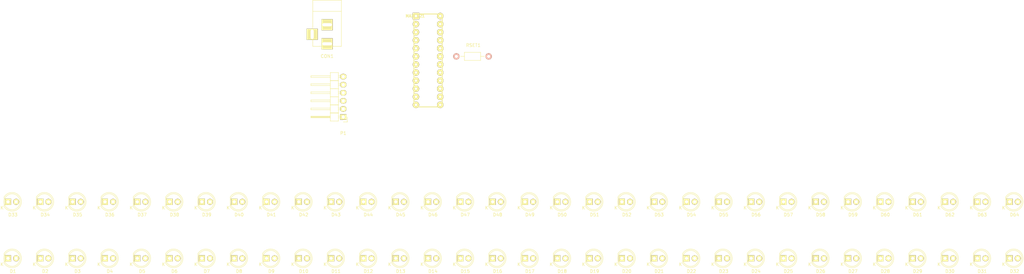
<source format=kicad_pcb>
(kicad_pcb (version 4) (host pcbnew 4.0.2-stable)

  (general
    (links 139)
    (no_connects 139)
    (area 41.454999 53.184379 275.235392 159.979)
    (thickness 1.6)
    (drawings 0)
    (tracks 0)
    (zones 0)
    (modules 68)
    (nets 25)
  )

  (page A4)
  (layers
    (0 F.Cu signal)
    (31 B.Cu jumper)
    (33 F.Adhes user)
    (35 F.Paste user)
    (37 F.SilkS user)
    (39 F.Mask user)
    (40 Dwgs.User user)
    (41 Cmts.User user)
    (42 Eco1.User user)
    (43 Eco2.User user)
    (44 Edge.Cuts user)
    (45 Margin user)
    (47 F.CrtYd user)
    (49 F.Fab user)
  )

  (setup
    (last_trace_width 0.25)
    (trace_clearance 0.2)
    (zone_clearance 0.508)
    (zone_45_only no)
    (trace_min 0.2)
    (segment_width 0.2)
    (edge_width 0.15)
    (via_size 0.6)
    (via_drill 0.4)
    (via_min_size 0.4)
    (via_min_drill 0.3)
    (uvia_size 0.3)
    (uvia_drill 0.1)
    (uvias_allowed no)
    (uvia_min_size 0.2)
    (uvia_min_drill 0.1)
    (pcb_text_width 0.3)
    (pcb_text_size 1.5 1.5)
    (mod_edge_width 0.15)
    (mod_text_size 1 1)
    (mod_text_width 0.15)
    (pad_size 1.524 1.524)
    (pad_drill 0.762)
    (pad_to_mask_clearance 0.2)
    (aux_axis_origin 0 0)
    (visible_elements FFFFFF7F)
    (pcbplotparams
      (layerselection 0x00030_80000001)
      (usegerberextensions false)
      (excludeedgelayer true)
      (linewidth 0.100000)
      (plotframeref false)
      (viasonmask false)
      (mode 1)
      (useauxorigin false)
      (hpglpennumber 1)
      (hpglpenspeed 20)
      (hpglpendiameter 15)
      (hpglpenoverlay 2)
      (psnegative false)
      (psa4output false)
      (plotreference true)
      (plotvalue true)
      (plotinvisibletext false)
      (padsonsilk false)
      (subtractmaskfromsilk false)
      (outputformat 1)
      (mirror false)
      (drillshape 1)
      (scaleselection 1)
      (outputdirectory ""))
  )

  (net 0 "")
  (net 1 VCC)
  (net 2 GND)
  (net 3 "Net-(CON1-Pad3)")
  (net 4 /DIG0)
  (net 5 /SEGA)
  (net 6 /SEGB)
  (net 7 /SEGC)
  (net 8 /SEGD)
  (net 9 /SEGE)
  (net 10 /SEGF)
  (net 11 /SEGG)
  (net 12 /SEGDP)
  (net 13 /DIG1)
  (net 14 /DIG2)
  (net 15 /DIG3)
  (net 16 /DIG4)
  (net 17 /DIG5)
  (net 18 /DIG6)
  (net 19 /DIG7)
  (net 20 "Net-(P1-Pad1)")
  (net 21 "Net-(P1-Pad2)")
  (net 22 "Net-(P1-Pad3)")
  (net 23 "Net-(P1-Pad4)")
  (net 24 "Net-(RSET1-Pad2)")

  (net_class Default "This is the default net class."
    (clearance 0.2)
    (trace_width 0.25)
    (via_dia 0.6)
    (via_drill 0.4)
    (uvia_dia 0.3)
    (uvia_drill 0.1)
    (add_net /DIG0)
    (add_net /DIG1)
    (add_net /DIG2)
    (add_net /DIG3)
    (add_net /DIG4)
    (add_net /DIG5)
    (add_net /DIG6)
    (add_net /DIG7)
    (add_net /SEGA)
    (add_net /SEGB)
    (add_net /SEGC)
    (add_net /SEGD)
    (add_net /SEGDP)
    (add_net /SEGE)
    (add_net /SEGF)
    (add_net /SEGG)
    (add_net GND)
    (add_net "Net-(CON1-Pad3)")
    (add_net "Net-(P1-Pad1)")
    (add_net "Net-(P1-Pad2)")
    (add_net "Net-(P1-Pad3)")
    (add_net "Net-(P1-Pad4)")
    (add_net "Net-(RSET1-Pad2)")
    (add_net VCC)
  )

  (module Connect:BARREL_JACK (layer F.Cu) (tedit 0) (tstamp 579756DE)
    (at 78.74 60.96 270)
    (descr "DC Barrel Jack")
    (tags "Power Jack")
    (path /5797313B)
    (fp_text reference CON1 (at 10.09904 0 360) (layer F.SilkS)
      (effects (font (size 1 1) (thickness 0.15)))
    )
    (fp_text value BARREL_JACK (at 0 -5.99948 270) (layer F.Fab)
      (effects (font (size 1 1) (thickness 0.15)))
    )
    (fp_line (start -4.0005 -4.50088) (end -4.0005 4.50088) (layer F.SilkS) (width 0.15))
    (fp_line (start -7.50062 -4.50088) (end -7.50062 4.50088) (layer F.SilkS) (width 0.15))
    (fp_line (start -7.50062 4.50088) (end 7.00024 4.50088) (layer F.SilkS) (width 0.15))
    (fp_line (start 7.00024 4.50088) (end 7.00024 -4.50088) (layer F.SilkS) (width 0.15))
    (fp_line (start 7.00024 -4.50088) (end -7.50062 -4.50088) (layer F.SilkS) (width 0.15))
    (pad 1 thru_hole rect (at 6.20014 0 270) (size 3.50012 3.50012) (drill oval 1.00076 2.99974) (layers *.Cu *.Mask F.SilkS)
      (net 1 VCC))
    (pad 2 thru_hole rect (at 0.20066 0 270) (size 3.50012 3.50012) (drill oval 1.00076 2.99974) (layers *.Cu *.Mask F.SilkS)
      (net 2 GND))
    (pad 3 thru_hole rect (at 3.2004 4.699 270) (size 3.50012 3.50012) (drill oval 2.99974 1.00076) (layers *.Cu *.Mask F.SilkS)
      (net 3 "Net-(CON1-Pad3)"))
  )

  (module LEDs:LED-5MM (layer F.Cu) (tedit 5570F7EA) (tstamp 579756EA)
    (at -21.59 134.62)
    (descr "LED 5mm round vertical")
    (tags "LED 5mm round vertical")
    (path /57975758)
    (fp_text reference D1 (at 1.524 4.064) (layer F.SilkS)
      (effects (font (size 1 1) (thickness 0.15)))
    )
    (fp_text value LED (at 1.524 -3.937) (layer F.Fab)
      (effects (font (size 1 1) (thickness 0.15)))
    )
    (fp_line (start -1.5 -1.55) (end -1.5 1.55) (layer F.CrtYd) (width 0.05))
    (fp_arc (start 1.3 0) (end -1.5 1.55) (angle -302) (layer F.CrtYd) (width 0.05))
    (fp_arc (start 1.27 0) (end -1.23 -1.5) (angle 297.5) (layer F.SilkS) (width 0.15))
    (fp_line (start -1.23 1.5) (end -1.23 -1.5) (layer F.SilkS) (width 0.15))
    (fp_circle (center 1.27 0) (end 0.97 -2.5) (layer F.SilkS) (width 0.15))
    (fp_text user K (at -1.905 1.905) (layer F.SilkS)
      (effects (font (size 1 1) (thickness 0.15)))
    )
    (pad 1 thru_hole rect (at 0 0 90) (size 2 1.9) (drill 1.00076) (layers *.Cu *.Mask F.SilkS)
      (net 4 /DIG0))
    (pad 2 thru_hole circle (at 2.54 0) (size 1.9 1.9) (drill 1.00076) (layers *.Cu *.Mask F.SilkS)
      (net 5 /SEGA))
    (model LEDs.3dshapes/LED-5MM.wrl
      (at (xyz 0.05 0 0))
      (scale (xyz 1 1 1))
      (rotate (xyz 0 0 90))
    )
  )

  (module LEDs:LED-5MM (layer F.Cu) (tedit 5570F7EA) (tstamp 579756F6)
    (at -11.43 134.62)
    (descr "LED 5mm round vertical")
    (tags "LED 5mm round vertical")
    (path /5797575E)
    (fp_text reference D2 (at 1.524 4.064) (layer F.SilkS)
      (effects (font (size 1 1) (thickness 0.15)))
    )
    (fp_text value LED (at 1.524 -3.937) (layer F.Fab)
      (effects (font (size 1 1) (thickness 0.15)))
    )
    (fp_line (start -1.5 -1.55) (end -1.5 1.55) (layer F.CrtYd) (width 0.05))
    (fp_arc (start 1.3 0) (end -1.5 1.55) (angle -302) (layer F.CrtYd) (width 0.05))
    (fp_arc (start 1.27 0) (end -1.23 -1.5) (angle 297.5) (layer F.SilkS) (width 0.15))
    (fp_line (start -1.23 1.5) (end -1.23 -1.5) (layer F.SilkS) (width 0.15))
    (fp_circle (center 1.27 0) (end 0.97 -2.5) (layer F.SilkS) (width 0.15))
    (fp_text user K (at -1.905 1.905) (layer F.SilkS)
      (effects (font (size 1 1) (thickness 0.15)))
    )
    (pad 1 thru_hole rect (at 0 0 90) (size 2 1.9) (drill 1.00076) (layers *.Cu *.Mask F.SilkS)
      (net 4 /DIG0))
    (pad 2 thru_hole circle (at 2.54 0) (size 1.9 1.9) (drill 1.00076) (layers *.Cu *.Mask F.SilkS)
      (net 6 /SEGB))
    (model LEDs.3dshapes/LED-5MM.wrl
      (at (xyz 0.05 0 0))
      (scale (xyz 1 1 1))
      (rotate (xyz 0 0 90))
    )
  )

  (module LEDs:LED-5MM (layer F.Cu) (tedit 5570F7EA) (tstamp 57975702)
    (at -1.27 134.62)
    (descr "LED 5mm round vertical")
    (tags "LED 5mm round vertical")
    (path /57975764)
    (fp_text reference D3 (at 1.524 4.064) (layer F.SilkS)
      (effects (font (size 1 1) (thickness 0.15)))
    )
    (fp_text value LED (at 1.524 -3.937) (layer F.Fab)
      (effects (font (size 1 1) (thickness 0.15)))
    )
    (fp_line (start -1.5 -1.55) (end -1.5 1.55) (layer F.CrtYd) (width 0.05))
    (fp_arc (start 1.3 0) (end -1.5 1.55) (angle -302) (layer F.CrtYd) (width 0.05))
    (fp_arc (start 1.27 0) (end -1.23 -1.5) (angle 297.5) (layer F.SilkS) (width 0.15))
    (fp_line (start -1.23 1.5) (end -1.23 -1.5) (layer F.SilkS) (width 0.15))
    (fp_circle (center 1.27 0) (end 0.97 -2.5) (layer F.SilkS) (width 0.15))
    (fp_text user K (at -1.905 1.905) (layer F.SilkS)
      (effects (font (size 1 1) (thickness 0.15)))
    )
    (pad 1 thru_hole rect (at 0 0 90) (size 2 1.9) (drill 1.00076) (layers *.Cu *.Mask F.SilkS)
      (net 4 /DIG0))
    (pad 2 thru_hole circle (at 2.54 0) (size 1.9 1.9) (drill 1.00076) (layers *.Cu *.Mask F.SilkS)
      (net 7 /SEGC))
    (model LEDs.3dshapes/LED-5MM.wrl
      (at (xyz 0.05 0 0))
      (scale (xyz 1 1 1))
      (rotate (xyz 0 0 90))
    )
  )

  (module LEDs:LED-5MM (layer F.Cu) (tedit 5570F7EA) (tstamp 5797570E)
    (at 8.89 134.62)
    (descr "LED 5mm round vertical")
    (tags "LED 5mm round vertical")
    (path /5797576A)
    (fp_text reference D4 (at 1.524 4.064) (layer F.SilkS)
      (effects (font (size 1 1) (thickness 0.15)))
    )
    (fp_text value LED (at 1.524 -3.937) (layer F.Fab)
      (effects (font (size 1 1) (thickness 0.15)))
    )
    (fp_line (start -1.5 -1.55) (end -1.5 1.55) (layer F.CrtYd) (width 0.05))
    (fp_arc (start 1.3 0) (end -1.5 1.55) (angle -302) (layer F.CrtYd) (width 0.05))
    (fp_arc (start 1.27 0) (end -1.23 -1.5) (angle 297.5) (layer F.SilkS) (width 0.15))
    (fp_line (start -1.23 1.5) (end -1.23 -1.5) (layer F.SilkS) (width 0.15))
    (fp_circle (center 1.27 0) (end 0.97 -2.5) (layer F.SilkS) (width 0.15))
    (fp_text user K (at -1.905 1.905) (layer F.SilkS)
      (effects (font (size 1 1) (thickness 0.15)))
    )
    (pad 1 thru_hole rect (at 0 0 90) (size 2 1.9) (drill 1.00076) (layers *.Cu *.Mask F.SilkS)
      (net 4 /DIG0))
    (pad 2 thru_hole circle (at 2.54 0) (size 1.9 1.9) (drill 1.00076) (layers *.Cu *.Mask F.SilkS)
      (net 8 /SEGD))
    (model LEDs.3dshapes/LED-5MM.wrl
      (at (xyz 0.05 0 0))
      (scale (xyz 1 1 1))
      (rotate (xyz 0 0 90))
    )
  )

  (module LEDs:LED-5MM (layer F.Cu) (tedit 5570F7EA) (tstamp 5797571A)
    (at 19.05 134.62)
    (descr "LED 5mm round vertical")
    (tags "LED 5mm round vertical")
    (path /57975770)
    (fp_text reference D5 (at 1.524 4.064) (layer F.SilkS)
      (effects (font (size 1 1) (thickness 0.15)))
    )
    (fp_text value LED (at 1.524 -3.937) (layer F.Fab)
      (effects (font (size 1 1) (thickness 0.15)))
    )
    (fp_line (start -1.5 -1.55) (end -1.5 1.55) (layer F.CrtYd) (width 0.05))
    (fp_arc (start 1.3 0) (end -1.5 1.55) (angle -302) (layer F.CrtYd) (width 0.05))
    (fp_arc (start 1.27 0) (end -1.23 -1.5) (angle 297.5) (layer F.SilkS) (width 0.15))
    (fp_line (start -1.23 1.5) (end -1.23 -1.5) (layer F.SilkS) (width 0.15))
    (fp_circle (center 1.27 0) (end 0.97 -2.5) (layer F.SilkS) (width 0.15))
    (fp_text user K (at -1.905 1.905) (layer F.SilkS)
      (effects (font (size 1 1) (thickness 0.15)))
    )
    (pad 1 thru_hole rect (at 0 0 90) (size 2 1.9) (drill 1.00076) (layers *.Cu *.Mask F.SilkS)
      (net 4 /DIG0))
    (pad 2 thru_hole circle (at 2.54 0) (size 1.9 1.9) (drill 1.00076) (layers *.Cu *.Mask F.SilkS)
      (net 9 /SEGE))
    (model LEDs.3dshapes/LED-5MM.wrl
      (at (xyz 0.05 0 0))
      (scale (xyz 1 1 1))
      (rotate (xyz 0 0 90))
    )
  )

  (module LEDs:LED-5MM (layer F.Cu) (tedit 5570F7EA) (tstamp 57975726)
    (at 29.21 134.62)
    (descr "LED 5mm round vertical")
    (tags "LED 5mm round vertical")
    (path /57975776)
    (fp_text reference D6 (at 1.524 4.064) (layer F.SilkS)
      (effects (font (size 1 1) (thickness 0.15)))
    )
    (fp_text value LED (at 1.524 -3.937) (layer F.Fab)
      (effects (font (size 1 1) (thickness 0.15)))
    )
    (fp_line (start -1.5 -1.55) (end -1.5 1.55) (layer F.CrtYd) (width 0.05))
    (fp_arc (start 1.3 0) (end -1.5 1.55) (angle -302) (layer F.CrtYd) (width 0.05))
    (fp_arc (start 1.27 0) (end -1.23 -1.5) (angle 297.5) (layer F.SilkS) (width 0.15))
    (fp_line (start -1.23 1.5) (end -1.23 -1.5) (layer F.SilkS) (width 0.15))
    (fp_circle (center 1.27 0) (end 0.97 -2.5) (layer F.SilkS) (width 0.15))
    (fp_text user K (at -1.905 1.905) (layer F.SilkS)
      (effects (font (size 1 1) (thickness 0.15)))
    )
    (pad 1 thru_hole rect (at 0 0 90) (size 2 1.9) (drill 1.00076) (layers *.Cu *.Mask F.SilkS)
      (net 4 /DIG0))
    (pad 2 thru_hole circle (at 2.54 0) (size 1.9 1.9) (drill 1.00076) (layers *.Cu *.Mask F.SilkS)
      (net 10 /SEGF))
    (model LEDs.3dshapes/LED-5MM.wrl
      (at (xyz 0.05 0 0))
      (scale (xyz 1 1 1))
      (rotate (xyz 0 0 90))
    )
  )

  (module LEDs:LED-5MM (layer F.Cu) (tedit 5570F7EA) (tstamp 57975732)
    (at 39.37 134.62)
    (descr "LED 5mm round vertical")
    (tags "LED 5mm round vertical")
    (path /5797577C)
    (fp_text reference D7 (at 1.524 4.064) (layer F.SilkS)
      (effects (font (size 1 1) (thickness 0.15)))
    )
    (fp_text value LED (at 1.524 -3.937) (layer F.Fab)
      (effects (font (size 1 1) (thickness 0.15)))
    )
    (fp_line (start -1.5 -1.55) (end -1.5 1.55) (layer F.CrtYd) (width 0.05))
    (fp_arc (start 1.3 0) (end -1.5 1.55) (angle -302) (layer F.CrtYd) (width 0.05))
    (fp_arc (start 1.27 0) (end -1.23 -1.5) (angle 297.5) (layer F.SilkS) (width 0.15))
    (fp_line (start -1.23 1.5) (end -1.23 -1.5) (layer F.SilkS) (width 0.15))
    (fp_circle (center 1.27 0) (end 0.97 -2.5) (layer F.SilkS) (width 0.15))
    (fp_text user K (at -1.905 1.905) (layer F.SilkS)
      (effects (font (size 1 1) (thickness 0.15)))
    )
    (pad 1 thru_hole rect (at 0 0 90) (size 2 1.9) (drill 1.00076) (layers *.Cu *.Mask F.SilkS)
      (net 4 /DIG0))
    (pad 2 thru_hole circle (at 2.54 0) (size 1.9 1.9) (drill 1.00076) (layers *.Cu *.Mask F.SilkS)
      (net 11 /SEGG))
    (model LEDs.3dshapes/LED-5MM.wrl
      (at (xyz 0.05 0 0))
      (scale (xyz 1 1 1))
      (rotate (xyz 0 0 90))
    )
  )

  (module LEDs:LED-5MM (layer F.Cu) (tedit 5570F7EA) (tstamp 5797573E)
    (at 49.53 134.62)
    (descr "LED 5mm round vertical")
    (tags "LED 5mm round vertical")
    (path /57975782)
    (fp_text reference D8 (at 1.524 4.064) (layer F.SilkS)
      (effects (font (size 1 1) (thickness 0.15)))
    )
    (fp_text value LED (at 1.524 -3.937) (layer F.Fab)
      (effects (font (size 1 1) (thickness 0.15)))
    )
    (fp_line (start -1.5 -1.55) (end -1.5 1.55) (layer F.CrtYd) (width 0.05))
    (fp_arc (start 1.3 0) (end -1.5 1.55) (angle -302) (layer F.CrtYd) (width 0.05))
    (fp_arc (start 1.27 0) (end -1.23 -1.5) (angle 297.5) (layer F.SilkS) (width 0.15))
    (fp_line (start -1.23 1.5) (end -1.23 -1.5) (layer F.SilkS) (width 0.15))
    (fp_circle (center 1.27 0) (end 0.97 -2.5) (layer F.SilkS) (width 0.15))
    (fp_text user K (at -1.905 1.905) (layer F.SilkS)
      (effects (font (size 1 1) (thickness 0.15)))
    )
    (pad 1 thru_hole rect (at 0 0 90) (size 2 1.9) (drill 1.00076) (layers *.Cu *.Mask F.SilkS)
      (net 4 /DIG0))
    (pad 2 thru_hole circle (at 2.54 0) (size 1.9 1.9) (drill 1.00076) (layers *.Cu *.Mask F.SilkS)
      (net 12 /SEGDP))
    (model LEDs.3dshapes/LED-5MM.wrl
      (at (xyz 0.05 0 0))
      (scale (xyz 1 1 1))
      (rotate (xyz 0 0 90))
    )
  )

  (module LEDs:LED-5MM (layer F.Cu) (tedit 5570F7EA) (tstamp 5797574A)
    (at 59.69 134.62)
    (descr "LED 5mm round vertical")
    (tags "LED 5mm round vertical")
    (path /5797355C)
    (fp_text reference D9 (at 1.524 4.064) (layer F.SilkS)
      (effects (font (size 1 1) (thickness 0.15)))
    )
    (fp_text value LED (at 1.524 -3.937) (layer F.Fab)
      (effects (font (size 1 1) (thickness 0.15)))
    )
    (fp_line (start -1.5 -1.55) (end -1.5 1.55) (layer F.CrtYd) (width 0.05))
    (fp_arc (start 1.3 0) (end -1.5 1.55) (angle -302) (layer F.CrtYd) (width 0.05))
    (fp_arc (start 1.27 0) (end -1.23 -1.5) (angle 297.5) (layer F.SilkS) (width 0.15))
    (fp_line (start -1.23 1.5) (end -1.23 -1.5) (layer F.SilkS) (width 0.15))
    (fp_circle (center 1.27 0) (end 0.97 -2.5) (layer F.SilkS) (width 0.15))
    (fp_text user K (at -1.905 1.905) (layer F.SilkS)
      (effects (font (size 1 1) (thickness 0.15)))
    )
    (pad 1 thru_hole rect (at 0 0 90) (size 2 1.9) (drill 1.00076) (layers *.Cu *.Mask F.SilkS)
      (net 13 /DIG1))
    (pad 2 thru_hole circle (at 2.54 0) (size 1.9 1.9) (drill 1.00076) (layers *.Cu *.Mask F.SilkS)
      (net 5 /SEGA))
    (model LEDs.3dshapes/LED-5MM.wrl
      (at (xyz 0.05 0 0))
      (scale (xyz 1 1 1))
      (rotate (xyz 0 0 90))
    )
  )

  (module LEDs:LED-5MM (layer F.Cu) (tedit 5570F7EA) (tstamp 57975756)
    (at 69.85 134.62)
    (descr "LED 5mm round vertical")
    (tags "LED 5mm round vertical")
    (path /579735A0)
    (fp_text reference D10 (at 1.524 4.064) (layer F.SilkS)
      (effects (font (size 1 1) (thickness 0.15)))
    )
    (fp_text value LED (at 1.524 -3.937) (layer F.Fab)
      (effects (font (size 1 1) (thickness 0.15)))
    )
    (fp_line (start -1.5 -1.55) (end -1.5 1.55) (layer F.CrtYd) (width 0.05))
    (fp_arc (start 1.3 0) (end -1.5 1.55) (angle -302) (layer F.CrtYd) (width 0.05))
    (fp_arc (start 1.27 0) (end -1.23 -1.5) (angle 297.5) (layer F.SilkS) (width 0.15))
    (fp_line (start -1.23 1.5) (end -1.23 -1.5) (layer F.SilkS) (width 0.15))
    (fp_circle (center 1.27 0) (end 0.97 -2.5) (layer F.SilkS) (width 0.15))
    (fp_text user K (at -1.905 1.905) (layer F.SilkS)
      (effects (font (size 1 1) (thickness 0.15)))
    )
    (pad 1 thru_hole rect (at 0 0 90) (size 2 1.9) (drill 1.00076) (layers *.Cu *.Mask F.SilkS)
      (net 13 /DIG1))
    (pad 2 thru_hole circle (at 2.54 0) (size 1.9 1.9) (drill 1.00076) (layers *.Cu *.Mask F.SilkS)
      (net 6 /SEGB))
    (model LEDs.3dshapes/LED-5MM.wrl
      (at (xyz 0.05 0 0))
      (scale (xyz 1 1 1))
      (rotate (xyz 0 0 90))
    )
  )

  (module LEDs:LED-5MM (layer F.Cu) (tedit 5570F7EA) (tstamp 57975762)
    (at 80.01 134.62)
    (descr "LED 5mm round vertical")
    (tags "LED 5mm round vertical")
    (path /579735C7)
    (fp_text reference D11 (at 1.524 4.064) (layer F.SilkS)
      (effects (font (size 1 1) (thickness 0.15)))
    )
    (fp_text value LED (at 1.524 -3.937) (layer F.Fab)
      (effects (font (size 1 1) (thickness 0.15)))
    )
    (fp_line (start -1.5 -1.55) (end -1.5 1.55) (layer F.CrtYd) (width 0.05))
    (fp_arc (start 1.3 0) (end -1.5 1.55) (angle -302) (layer F.CrtYd) (width 0.05))
    (fp_arc (start 1.27 0) (end -1.23 -1.5) (angle 297.5) (layer F.SilkS) (width 0.15))
    (fp_line (start -1.23 1.5) (end -1.23 -1.5) (layer F.SilkS) (width 0.15))
    (fp_circle (center 1.27 0) (end 0.97 -2.5) (layer F.SilkS) (width 0.15))
    (fp_text user K (at -1.905 1.905) (layer F.SilkS)
      (effects (font (size 1 1) (thickness 0.15)))
    )
    (pad 1 thru_hole rect (at 0 0 90) (size 2 1.9) (drill 1.00076) (layers *.Cu *.Mask F.SilkS)
      (net 13 /DIG1))
    (pad 2 thru_hole circle (at 2.54 0) (size 1.9 1.9) (drill 1.00076) (layers *.Cu *.Mask F.SilkS)
      (net 7 /SEGC))
    (model LEDs.3dshapes/LED-5MM.wrl
      (at (xyz 0.05 0 0))
      (scale (xyz 1 1 1))
      (rotate (xyz 0 0 90))
    )
  )

  (module LEDs:LED-5MM (layer F.Cu) (tedit 5570F7EA) (tstamp 5797576E)
    (at 90.17 134.62)
    (descr "LED 5mm round vertical")
    (tags "LED 5mm round vertical")
    (path /579735F3)
    (fp_text reference D12 (at 1.524 4.064) (layer F.SilkS)
      (effects (font (size 1 1) (thickness 0.15)))
    )
    (fp_text value LED (at 1.524 -3.937) (layer F.Fab)
      (effects (font (size 1 1) (thickness 0.15)))
    )
    (fp_line (start -1.5 -1.55) (end -1.5 1.55) (layer F.CrtYd) (width 0.05))
    (fp_arc (start 1.3 0) (end -1.5 1.55) (angle -302) (layer F.CrtYd) (width 0.05))
    (fp_arc (start 1.27 0) (end -1.23 -1.5) (angle 297.5) (layer F.SilkS) (width 0.15))
    (fp_line (start -1.23 1.5) (end -1.23 -1.5) (layer F.SilkS) (width 0.15))
    (fp_circle (center 1.27 0) (end 0.97 -2.5) (layer F.SilkS) (width 0.15))
    (fp_text user K (at -1.905 1.905) (layer F.SilkS)
      (effects (font (size 1 1) (thickness 0.15)))
    )
    (pad 1 thru_hole rect (at 0 0 90) (size 2 1.9) (drill 1.00076) (layers *.Cu *.Mask F.SilkS)
      (net 13 /DIG1))
    (pad 2 thru_hole circle (at 2.54 0) (size 1.9 1.9) (drill 1.00076) (layers *.Cu *.Mask F.SilkS)
      (net 8 /SEGD))
    (model LEDs.3dshapes/LED-5MM.wrl
      (at (xyz 0.05 0 0))
      (scale (xyz 1 1 1))
      (rotate (xyz 0 0 90))
    )
  )

  (module LEDs:LED-5MM (layer F.Cu) (tedit 5570F7EA) (tstamp 5797577A)
    (at 100.33 134.62)
    (descr "LED 5mm round vertical")
    (tags "LED 5mm round vertical")
    (path /5797361C)
    (fp_text reference D13 (at 1.524 4.064) (layer F.SilkS)
      (effects (font (size 1 1) (thickness 0.15)))
    )
    (fp_text value LED (at 1.524 -3.937) (layer F.Fab)
      (effects (font (size 1 1) (thickness 0.15)))
    )
    (fp_line (start -1.5 -1.55) (end -1.5 1.55) (layer F.CrtYd) (width 0.05))
    (fp_arc (start 1.3 0) (end -1.5 1.55) (angle -302) (layer F.CrtYd) (width 0.05))
    (fp_arc (start 1.27 0) (end -1.23 -1.5) (angle 297.5) (layer F.SilkS) (width 0.15))
    (fp_line (start -1.23 1.5) (end -1.23 -1.5) (layer F.SilkS) (width 0.15))
    (fp_circle (center 1.27 0) (end 0.97 -2.5) (layer F.SilkS) (width 0.15))
    (fp_text user K (at -1.905 1.905) (layer F.SilkS)
      (effects (font (size 1 1) (thickness 0.15)))
    )
    (pad 1 thru_hole rect (at 0 0 90) (size 2 1.9) (drill 1.00076) (layers *.Cu *.Mask F.SilkS)
      (net 13 /DIG1))
    (pad 2 thru_hole circle (at 2.54 0) (size 1.9 1.9) (drill 1.00076) (layers *.Cu *.Mask F.SilkS)
      (net 9 /SEGE))
    (model LEDs.3dshapes/LED-5MM.wrl
      (at (xyz 0.05 0 0))
      (scale (xyz 1 1 1))
      (rotate (xyz 0 0 90))
    )
  )

  (module LEDs:LED-5MM (layer F.Cu) (tedit 5570F7EA) (tstamp 57975786)
    (at 110.49 134.62)
    (descr "LED 5mm round vertical")
    (tags "LED 5mm round vertical")
    (path /57973647)
    (fp_text reference D14 (at 1.524 4.064) (layer F.SilkS)
      (effects (font (size 1 1) (thickness 0.15)))
    )
    (fp_text value LED (at 1.524 -3.937) (layer F.Fab)
      (effects (font (size 1 1) (thickness 0.15)))
    )
    (fp_line (start -1.5 -1.55) (end -1.5 1.55) (layer F.CrtYd) (width 0.05))
    (fp_arc (start 1.3 0) (end -1.5 1.55) (angle -302) (layer F.CrtYd) (width 0.05))
    (fp_arc (start 1.27 0) (end -1.23 -1.5) (angle 297.5) (layer F.SilkS) (width 0.15))
    (fp_line (start -1.23 1.5) (end -1.23 -1.5) (layer F.SilkS) (width 0.15))
    (fp_circle (center 1.27 0) (end 0.97 -2.5) (layer F.SilkS) (width 0.15))
    (fp_text user K (at -1.905 1.905) (layer F.SilkS)
      (effects (font (size 1 1) (thickness 0.15)))
    )
    (pad 1 thru_hole rect (at 0 0 90) (size 2 1.9) (drill 1.00076) (layers *.Cu *.Mask F.SilkS)
      (net 13 /DIG1))
    (pad 2 thru_hole circle (at 2.54 0) (size 1.9 1.9) (drill 1.00076) (layers *.Cu *.Mask F.SilkS)
      (net 10 /SEGF))
    (model LEDs.3dshapes/LED-5MM.wrl
      (at (xyz 0.05 0 0))
      (scale (xyz 1 1 1))
      (rotate (xyz 0 0 90))
    )
  )

  (module LEDs:LED-5MM (layer F.Cu) (tedit 5570F7EA) (tstamp 57975792)
    (at 120.65 134.62)
    (descr "LED 5mm round vertical")
    (tags "LED 5mm round vertical")
    (path /57973675)
    (fp_text reference D15 (at 1.524 4.064) (layer F.SilkS)
      (effects (font (size 1 1) (thickness 0.15)))
    )
    (fp_text value LED (at 1.524 -3.937) (layer F.Fab)
      (effects (font (size 1 1) (thickness 0.15)))
    )
    (fp_line (start -1.5 -1.55) (end -1.5 1.55) (layer F.CrtYd) (width 0.05))
    (fp_arc (start 1.3 0) (end -1.5 1.55) (angle -302) (layer F.CrtYd) (width 0.05))
    (fp_arc (start 1.27 0) (end -1.23 -1.5) (angle 297.5) (layer F.SilkS) (width 0.15))
    (fp_line (start -1.23 1.5) (end -1.23 -1.5) (layer F.SilkS) (width 0.15))
    (fp_circle (center 1.27 0) (end 0.97 -2.5) (layer F.SilkS) (width 0.15))
    (fp_text user K (at -1.905 1.905) (layer F.SilkS)
      (effects (font (size 1 1) (thickness 0.15)))
    )
    (pad 1 thru_hole rect (at 0 0 90) (size 2 1.9) (drill 1.00076) (layers *.Cu *.Mask F.SilkS)
      (net 13 /DIG1))
    (pad 2 thru_hole circle (at 2.54 0) (size 1.9 1.9) (drill 1.00076) (layers *.Cu *.Mask F.SilkS)
      (net 11 /SEGG))
    (model LEDs.3dshapes/LED-5MM.wrl
      (at (xyz 0.05 0 0))
      (scale (xyz 1 1 1))
      (rotate (xyz 0 0 90))
    )
  )

  (module LEDs:LED-5MM (layer F.Cu) (tedit 5570F7EA) (tstamp 5797579E)
    (at 130.81 134.62)
    (descr "LED 5mm round vertical")
    (tags "LED 5mm round vertical")
    (path /579736A8)
    (fp_text reference D16 (at 1.524 4.064) (layer F.SilkS)
      (effects (font (size 1 1) (thickness 0.15)))
    )
    (fp_text value LED (at 1.524 -3.937) (layer F.Fab)
      (effects (font (size 1 1) (thickness 0.15)))
    )
    (fp_line (start -1.5 -1.55) (end -1.5 1.55) (layer F.CrtYd) (width 0.05))
    (fp_arc (start 1.3 0) (end -1.5 1.55) (angle -302) (layer F.CrtYd) (width 0.05))
    (fp_arc (start 1.27 0) (end -1.23 -1.5) (angle 297.5) (layer F.SilkS) (width 0.15))
    (fp_line (start -1.23 1.5) (end -1.23 -1.5) (layer F.SilkS) (width 0.15))
    (fp_circle (center 1.27 0) (end 0.97 -2.5) (layer F.SilkS) (width 0.15))
    (fp_text user K (at -1.905 1.905) (layer F.SilkS)
      (effects (font (size 1 1) (thickness 0.15)))
    )
    (pad 1 thru_hole rect (at 0 0 90) (size 2 1.9) (drill 1.00076) (layers *.Cu *.Mask F.SilkS)
      (net 13 /DIG1))
    (pad 2 thru_hole circle (at 2.54 0) (size 1.9 1.9) (drill 1.00076) (layers *.Cu *.Mask F.SilkS)
      (net 12 /SEGDP))
    (model LEDs.3dshapes/LED-5MM.wrl
      (at (xyz 0.05 0 0))
      (scale (xyz 1 1 1))
      (rotate (xyz 0 0 90))
    )
  )

  (module LEDs:LED-5MM (layer F.Cu) (tedit 5570F7EA) (tstamp 579757AA)
    (at 140.97 134.62)
    (descr "LED 5mm round vertical")
    (tags "LED 5mm round vertical")
    (path /57973F4F)
    (fp_text reference D17 (at 1.524 4.064) (layer F.SilkS)
      (effects (font (size 1 1) (thickness 0.15)))
    )
    (fp_text value LED (at 1.524 -3.937) (layer F.Fab)
      (effects (font (size 1 1) (thickness 0.15)))
    )
    (fp_line (start -1.5 -1.55) (end -1.5 1.55) (layer F.CrtYd) (width 0.05))
    (fp_arc (start 1.3 0) (end -1.5 1.55) (angle -302) (layer F.CrtYd) (width 0.05))
    (fp_arc (start 1.27 0) (end -1.23 -1.5) (angle 297.5) (layer F.SilkS) (width 0.15))
    (fp_line (start -1.23 1.5) (end -1.23 -1.5) (layer F.SilkS) (width 0.15))
    (fp_circle (center 1.27 0) (end 0.97 -2.5) (layer F.SilkS) (width 0.15))
    (fp_text user K (at -1.905 1.905) (layer F.SilkS)
      (effects (font (size 1 1) (thickness 0.15)))
    )
    (pad 1 thru_hole rect (at 0 0 90) (size 2 1.9) (drill 1.00076) (layers *.Cu *.Mask F.SilkS)
      (net 14 /DIG2))
    (pad 2 thru_hole circle (at 2.54 0) (size 1.9 1.9) (drill 1.00076) (layers *.Cu *.Mask F.SilkS)
      (net 5 /SEGA))
    (model LEDs.3dshapes/LED-5MM.wrl
      (at (xyz 0.05 0 0))
      (scale (xyz 1 1 1))
      (rotate (xyz 0 0 90))
    )
  )

  (module LEDs:LED-5MM (layer F.Cu) (tedit 5570F7EA) (tstamp 579757B6)
    (at 151.13 134.62)
    (descr "LED 5mm round vertical")
    (tags "LED 5mm round vertical")
    (path /57973F55)
    (fp_text reference D18 (at 1.524 4.064) (layer F.SilkS)
      (effects (font (size 1 1) (thickness 0.15)))
    )
    (fp_text value LED (at 1.524 -3.937) (layer F.Fab)
      (effects (font (size 1 1) (thickness 0.15)))
    )
    (fp_line (start -1.5 -1.55) (end -1.5 1.55) (layer F.CrtYd) (width 0.05))
    (fp_arc (start 1.3 0) (end -1.5 1.55) (angle -302) (layer F.CrtYd) (width 0.05))
    (fp_arc (start 1.27 0) (end -1.23 -1.5) (angle 297.5) (layer F.SilkS) (width 0.15))
    (fp_line (start -1.23 1.5) (end -1.23 -1.5) (layer F.SilkS) (width 0.15))
    (fp_circle (center 1.27 0) (end 0.97 -2.5) (layer F.SilkS) (width 0.15))
    (fp_text user K (at -1.905 1.905) (layer F.SilkS)
      (effects (font (size 1 1) (thickness 0.15)))
    )
    (pad 1 thru_hole rect (at 0 0 90) (size 2 1.9) (drill 1.00076) (layers *.Cu *.Mask F.SilkS)
      (net 14 /DIG2))
    (pad 2 thru_hole circle (at 2.54 0) (size 1.9 1.9) (drill 1.00076) (layers *.Cu *.Mask F.SilkS)
      (net 6 /SEGB))
    (model LEDs.3dshapes/LED-5MM.wrl
      (at (xyz 0.05 0 0))
      (scale (xyz 1 1 1))
      (rotate (xyz 0 0 90))
    )
  )

  (module LEDs:LED-5MM (layer F.Cu) (tedit 5570F7EA) (tstamp 579757C2)
    (at 161.29 134.62)
    (descr "LED 5mm round vertical")
    (tags "LED 5mm round vertical")
    (path /57973F5B)
    (fp_text reference D19 (at 1.524 4.064) (layer F.SilkS)
      (effects (font (size 1 1) (thickness 0.15)))
    )
    (fp_text value LED (at 1.524 -3.937) (layer F.Fab)
      (effects (font (size 1 1) (thickness 0.15)))
    )
    (fp_line (start -1.5 -1.55) (end -1.5 1.55) (layer F.CrtYd) (width 0.05))
    (fp_arc (start 1.3 0) (end -1.5 1.55) (angle -302) (layer F.CrtYd) (width 0.05))
    (fp_arc (start 1.27 0) (end -1.23 -1.5) (angle 297.5) (layer F.SilkS) (width 0.15))
    (fp_line (start -1.23 1.5) (end -1.23 -1.5) (layer F.SilkS) (width 0.15))
    (fp_circle (center 1.27 0) (end 0.97 -2.5) (layer F.SilkS) (width 0.15))
    (fp_text user K (at -1.905 1.905) (layer F.SilkS)
      (effects (font (size 1 1) (thickness 0.15)))
    )
    (pad 1 thru_hole rect (at 0 0 90) (size 2 1.9) (drill 1.00076) (layers *.Cu *.Mask F.SilkS)
      (net 14 /DIG2))
    (pad 2 thru_hole circle (at 2.54 0) (size 1.9 1.9) (drill 1.00076) (layers *.Cu *.Mask F.SilkS)
      (net 7 /SEGC))
    (model LEDs.3dshapes/LED-5MM.wrl
      (at (xyz 0.05 0 0))
      (scale (xyz 1 1 1))
      (rotate (xyz 0 0 90))
    )
  )

  (module LEDs:LED-5MM (layer F.Cu) (tedit 5570F7EA) (tstamp 579757CE)
    (at 171.45 134.62)
    (descr "LED 5mm round vertical")
    (tags "LED 5mm round vertical")
    (path /57973F61)
    (fp_text reference D20 (at 1.524 4.064) (layer F.SilkS)
      (effects (font (size 1 1) (thickness 0.15)))
    )
    (fp_text value LED (at 1.524 -3.937) (layer F.Fab)
      (effects (font (size 1 1) (thickness 0.15)))
    )
    (fp_line (start -1.5 -1.55) (end -1.5 1.55) (layer F.CrtYd) (width 0.05))
    (fp_arc (start 1.3 0) (end -1.5 1.55) (angle -302) (layer F.CrtYd) (width 0.05))
    (fp_arc (start 1.27 0) (end -1.23 -1.5) (angle 297.5) (layer F.SilkS) (width 0.15))
    (fp_line (start -1.23 1.5) (end -1.23 -1.5) (layer F.SilkS) (width 0.15))
    (fp_circle (center 1.27 0) (end 0.97 -2.5) (layer F.SilkS) (width 0.15))
    (fp_text user K (at -1.905 1.905) (layer F.SilkS)
      (effects (font (size 1 1) (thickness 0.15)))
    )
    (pad 1 thru_hole rect (at 0 0 90) (size 2 1.9) (drill 1.00076) (layers *.Cu *.Mask F.SilkS)
      (net 14 /DIG2))
    (pad 2 thru_hole circle (at 2.54 0) (size 1.9 1.9) (drill 1.00076) (layers *.Cu *.Mask F.SilkS)
      (net 8 /SEGD))
    (model LEDs.3dshapes/LED-5MM.wrl
      (at (xyz 0.05 0 0))
      (scale (xyz 1 1 1))
      (rotate (xyz 0 0 90))
    )
  )

  (module LEDs:LED-5MM (layer F.Cu) (tedit 5570F7EA) (tstamp 579757DA)
    (at 181.61 134.62)
    (descr "LED 5mm round vertical")
    (tags "LED 5mm round vertical")
    (path /57973F67)
    (fp_text reference D21 (at 1.524 4.064) (layer F.SilkS)
      (effects (font (size 1 1) (thickness 0.15)))
    )
    (fp_text value LED (at 1.524 -3.937) (layer F.Fab)
      (effects (font (size 1 1) (thickness 0.15)))
    )
    (fp_line (start -1.5 -1.55) (end -1.5 1.55) (layer F.CrtYd) (width 0.05))
    (fp_arc (start 1.3 0) (end -1.5 1.55) (angle -302) (layer F.CrtYd) (width 0.05))
    (fp_arc (start 1.27 0) (end -1.23 -1.5) (angle 297.5) (layer F.SilkS) (width 0.15))
    (fp_line (start -1.23 1.5) (end -1.23 -1.5) (layer F.SilkS) (width 0.15))
    (fp_circle (center 1.27 0) (end 0.97 -2.5) (layer F.SilkS) (width 0.15))
    (fp_text user K (at -1.905 1.905) (layer F.SilkS)
      (effects (font (size 1 1) (thickness 0.15)))
    )
    (pad 1 thru_hole rect (at 0 0 90) (size 2 1.9) (drill 1.00076) (layers *.Cu *.Mask F.SilkS)
      (net 14 /DIG2))
    (pad 2 thru_hole circle (at 2.54 0) (size 1.9 1.9) (drill 1.00076) (layers *.Cu *.Mask F.SilkS)
      (net 9 /SEGE))
    (model LEDs.3dshapes/LED-5MM.wrl
      (at (xyz 0.05 0 0))
      (scale (xyz 1 1 1))
      (rotate (xyz 0 0 90))
    )
  )

  (module LEDs:LED-5MM (layer F.Cu) (tedit 5570F7EA) (tstamp 579757E6)
    (at 191.77 134.62)
    (descr "LED 5mm round vertical")
    (tags "LED 5mm round vertical")
    (path /57973F6D)
    (fp_text reference D22 (at 1.524 4.064) (layer F.SilkS)
      (effects (font (size 1 1) (thickness 0.15)))
    )
    (fp_text value LED (at 1.524 -3.937) (layer F.Fab)
      (effects (font (size 1 1) (thickness 0.15)))
    )
    (fp_line (start -1.5 -1.55) (end -1.5 1.55) (layer F.CrtYd) (width 0.05))
    (fp_arc (start 1.3 0) (end -1.5 1.55) (angle -302) (layer F.CrtYd) (width 0.05))
    (fp_arc (start 1.27 0) (end -1.23 -1.5) (angle 297.5) (layer F.SilkS) (width 0.15))
    (fp_line (start -1.23 1.5) (end -1.23 -1.5) (layer F.SilkS) (width 0.15))
    (fp_circle (center 1.27 0) (end 0.97 -2.5) (layer F.SilkS) (width 0.15))
    (fp_text user K (at -1.905 1.905) (layer F.SilkS)
      (effects (font (size 1 1) (thickness 0.15)))
    )
    (pad 1 thru_hole rect (at 0 0 90) (size 2 1.9) (drill 1.00076) (layers *.Cu *.Mask F.SilkS)
      (net 14 /DIG2))
    (pad 2 thru_hole circle (at 2.54 0) (size 1.9 1.9) (drill 1.00076) (layers *.Cu *.Mask F.SilkS)
      (net 10 /SEGF))
    (model LEDs.3dshapes/LED-5MM.wrl
      (at (xyz 0.05 0 0))
      (scale (xyz 1 1 1))
      (rotate (xyz 0 0 90))
    )
  )

  (module LEDs:LED-5MM (layer F.Cu) (tedit 5570F7EA) (tstamp 579757F2)
    (at 201.93 134.62)
    (descr "LED 5mm round vertical")
    (tags "LED 5mm round vertical")
    (path /57973F73)
    (fp_text reference D23 (at 1.524 4.064) (layer F.SilkS)
      (effects (font (size 1 1) (thickness 0.15)))
    )
    (fp_text value LED (at 1.524 -3.937) (layer F.Fab)
      (effects (font (size 1 1) (thickness 0.15)))
    )
    (fp_line (start -1.5 -1.55) (end -1.5 1.55) (layer F.CrtYd) (width 0.05))
    (fp_arc (start 1.3 0) (end -1.5 1.55) (angle -302) (layer F.CrtYd) (width 0.05))
    (fp_arc (start 1.27 0) (end -1.23 -1.5) (angle 297.5) (layer F.SilkS) (width 0.15))
    (fp_line (start -1.23 1.5) (end -1.23 -1.5) (layer F.SilkS) (width 0.15))
    (fp_circle (center 1.27 0) (end 0.97 -2.5) (layer F.SilkS) (width 0.15))
    (fp_text user K (at -1.905 1.905) (layer F.SilkS)
      (effects (font (size 1 1) (thickness 0.15)))
    )
    (pad 1 thru_hole rect (at 0 0 90) (size 2 1.9) (drill 1.00076) (layers *.Cu *.Mask F.SilkS)
      (net 14 /DIG2))
    (pad 2 thru_hole circle (at 2.54 0) (size 1.9 1.9) (drill 1.00076) (layers *.Cu *.Mask F.SilkS)
      (net 11 /SEGG))
    (model LEDs.3dshapes/LED-5MM.wrl
      (at (xyz 0.05 0 0))
      (scale (xyz 1 1 1))
      (rotate (xyz 0 0 90))
    )
  )

  (module LEDs:LED-5MM (layer F.Cu) (tedit 5570F7EA) (tstamp 579757FE)
    (at 212.09 134.62)
    (descr "LED 5mm round vertical")
    (tags "LED 5mm round vertical")
    (path /57973F79)
    (fp_text reference D24 (at 1.524 4.064) (layer F.SilkS)
      (effects (font (size 1 1) (thickness 0.15)))
    )
    (fp_text value LED (at 1.524 -3.937) (layer F.Fab)
      (effects (font (size 1 1) (thickness 0.15)))
    )
    (fp_line (start -1.5 -1.55) (end -1.5 1.55) (layer F.CrtYd) (width 0.05))
    (fp_arc (start 1.3 0) (end -1.5 1.55) (angle -302) (layer F.CrtYd) (width 0.05))
    (fp_arc (start 1.27 0) (end -1.23 -1.5) (angle 297.5) (layer F.SilkS) (width 0.15))
    (fp_line (start -1.23 1.5) (end -1.23 -1.5) (layer F.SilkS) (width 0.15))
    (fp_circle (center 1.27 0) (end 0.97 -2.5) (layer F.SilkS) (width 0.15))
    (fp_text user K (at -1.905 1.905) (layer F.SilkS)
      (effects (font (size 1 1) (thickness 0.15)))
    )
    (pad 1 thru_hole rect (at 0 0 90) (size 2 1.9) (drill 1.00076) (layers *.Cu *.Mask F.SilkS)
      (net 14 /DIG2))
    (pad 2 thru_hole circle (at 2.54 0) (size 1.9 1.9) (drill 1.00076) (layers *.Cu *.Mask F.SilkS)
      (net 12 /SEGDP))
    (model LEDs.3dshapes/LED-5MM.wrl
      (at (xyz 0.05 0 0))
      (scale (xyz 1 1 1))
      (rotate (xyz 0 0 90))
    )
  )

  (module LEDs:LED-5MM (layer F.Cu) (tedit 5570F7EA) (tstamp 5797580A)
    (at 222.25 134.62)
    (descr "LED 5mm round vertical")
    (tags "LED 5mm round vertical")
    (path /57975A3D)
    (fp_text reference D25 (at 1.524 4.064) (layer F.SilkS)
      (effects (font (size 1 1) (thickness 0.15)))
    )
    (fp_text value LED (at 1.524 -3.937) (layer F.Fab)
      (effects (font (size 1 1) (thickness 0.15)))
    )
    (fp_line (start -1.5 -1.55) (end -1.5 1.55) (layer F.CrtYd) (width 0.05))
    (fp_arc (start 1.3 0) (end -1.5 1.55) (angle -302) (layer F.CrtYd) (width 0.05))
    (fp_arc (start 1.27 0) (end -1.23 -1.5) (angle 297.5) (layer F.SilkS) (width 0.15))
    (fp_line (start -1.23 1.5) (end -1.23 -1.5) (layer F.SilkS) (width 0.15))
    (fp_circle (center 1.27 0) (end 0.97 -2.5) (layer F.SilkS) (width 0.15))
    (fp_text user K (at -1.905 1.905) (layer F.SilkS)
      (effects (font (size 1 1) (thickness 0.15)))
    )
    (pad 1 thru_hole rect (at 0 0 90) (size 2 1.9) (drill 1.00076) (layers *.Cu *.Mask F.SilkS)
      (net 15 /DIG3))
    (pad 2 thru_hole circle (at 2.54 0) (size 1.9 1.9) (drill 1.00076) (layers *.Cu *.Mask F.SilkS)
      (net 5 /SEGA))
    (model LEDs.3dshapes/LED-5MM.wrl
      (at (xyz 0.05 0 0))
      (scale (xyz 1 1 1))
      (rotate (xyz 0 0 90))
    )
  )

  (module LEDs:LED-5MM (layer F.Cu) (tedit 5570F7EA) (tstamp 57975816)
    (at 232.41 134.62)
    (descr "LED 5mm round vertical")
    (tags "LED 5mm round vertical")
    (path /57975A43)
    (fp_text reference D26 (at 1.524 4.064) (layer F.SilkS)
      (effects (font (size 1 1) (thickness 0.15)))
    )
    (fp_text value LED (at 1.524 -3.937) (layer F.Fab)
      (effects (font (size 1 1) (thickness 0.15)))
    )
    (fp_line (start -1.5 -1.55) (end -1.5 1.55) (layer F.CrtYd) (width 0.05))
    (fp_arc (start 1.3 0) (end -1.5 1.55) (angle -302) (layer F.CrtYd) (width 0.05))
    (fp_arc (start 1.27 0) (end -1.23 -1.5) (angle 297.5) (layer F.SilkS) (width 0.15))
    (fp_line (start -1.23 1.5) (end -1.23 -1.5) (layer F.SilkS) (width 0.15))
    (fp_circle (center 1.27 0) (end 0.97 -2.5) (layer F.SilkS) (width 0.15))
    (fp_text user K (at -1.905 1.905) (layer F.SilkS)
      (effects (font (size 1 1) (thickness 0.15)))
    )
    (pad 1 thru_hole rect (at 0 0 90) (size 2 1.9) (drill 1.00076) (layers *.Cu *.Mask F.SilkS)
      (net 15 /DIG3))
    (pad 2 thru_hole circle (at 2.54 0) (size 1.9 1.9) (drill 1.00076) (layers *.Cu *.Mask F.SilkS)
      (net 6 /SEGB))
    (model LEDs.3dshapes/LED-5MM.wrl
      (at (xyz 0.05 0 0))
      (scale (xyz 1 1 1))
      (rotate (xyz 0 0 90))
    )
  )

  (module LEDs:LED-5MM (layer F.Cu) (tedit 5570F7EA) (tstamp 57975822)
    (at 242.57 134.62)
    (descr "LED 5mm round vertical")
    (tags "LED 5mm round vertical")
    (path /57975A49)
    (fp_text reference D27 (at 1.524 4.064) (layer F.SilkS)
      (effects (font (size 1 1) (thickness 0.15)))
    )
    (fp_text value LED (at 1.524 -3.937) (layer F.Fab)
      (effects (font (size 1 1) (thickness 0.15)))
    )
    (fp_line (start -1.5 -1.55) (end -1.5 1.55) (layer F.CrtYd) (width 0.05))
    (fp_arc (start 1.3 0) (end -1.5 1.55) (angle -302) (layer F.CrtYd) (width 0.05))
    (fp_arc (start 1.27 0) (end -1.23 -1.5) (angle 297.5) (layer F.SilkS) (width 0.15))
    (fp_line (start -1.23 1.5) (end -1.23 -1.5) (layer F.SilkS) (width 0.15))
    (fp_circle (center 1.27 0) (end 0.97 -2.5) (layer F.SilkS) (width 0.15))
    (fp_text user K (at -1.905 1.905) (layer F.SilkS)
      (effects (font (size 1 1) (thickness 0.15)))
    )
    (pad 1 thru_hole rect (at 0 0 90) (size 2 1.9) (drill 1.00076) (layers *.Cu *.Mask F.SilkS)
      (net 15 /DIG3))
    (pad 2 thru_hole circle (at 2.54 0) (size 1.9 1.9) (drill 1.00076) (layers *.Cu *.Mask F.SilkS)
      (net 7 /SEGC))
    (model LEDs.3dshapes/LED-5MM.wrl
      (at (xyz 0.05 0 0))
      (scale (xyz 1 1 1))
      (rotate (xyz 0 0 90))
    )
  )

  (module LEDs:LED-5MM (layer F.Cu) (tedit 5570F7EA) (tstamp 5797582E)
    (at 252.73 134.62)
    (descr "LED 5mm round vertical")
    (tags "LED 5mm round vertical")
    (path /57975A4F)
    (fp_text reference D28 (at 1.524 4.064) (layer F.SilkS)
      (effects (font (size 1 1) (thickness 0.15)))
    )
    (fp_text value LED (at 1.524 -3.937) (layer F.Fab)
      (effects (font (size 1 1) (thickness 0.15)))
    )
    (fp_line (start -1.5 -1.55) (end -1.5 1.55) (layer F.CrtYd) (width 0.05))
    (fp_arc (start 1.3 0) (end -1.5 1.55) (angle -302) (layer F.CrtYd) (width 0.05))
    (fp_arc (start 1.27 0) (end -1.23 -1.5) (angle 297.5) (layer F.SilkS) (width 0.15))
    (fp_line (start -1.23 1.5) (end -1.23 -1.5) (layer F.SilkS) (width 0.15))
    (fp_circle (center 1.27 0) (end 0.97 -2.5) (layer F.SilkS) (width 0.15))
    (fp_text user K (at -1.905 1.905) (layer F.SilkS)
      (effects (font (size 1 1) (thickness 0.15)))
    )
    (pad 1 thru_hole rect (at 0 0 90) (size 2 1.9) (drill 1.00076) (layers *.Cu *.Mask F.SilkS)
      (net 15 /DIG3))
    (pad 2 thru_hole circle (at 2.54 0) (size 1.9 1.9) (drill 1.00076) (layers *.Cu *.Mask F.SilkS)
      (net 8 /SEGD))
    (model LEDs.3dshapes/LED-5MM.wrl
      (at (xyz 0.05 0 0))
      (scale (xyz 1 1 1))
      (rotate (xyz 0 0 90))
    )
  )

  (module LEDs:LED-5MM (layer F.Cu) (tedit 5570F7EA) (tstamp 5797583A)
    (at 262.89 134.62)
    (descr "LED 5mm round vertical")
    (tags "LED 5mm round vertical")
    (path /57975A55)
    (fp_text reference D29 (at 1.524 4.064) (layer F.SilkS)
      (effects (font (size 1 1) (thickness 0.15)))
    )
    (fp_text value LED (at 1.524 -3.937) (layer F.Fab)
      (effects (font (size 1 1) (thickness 0.15)))
    )
    (fp_line (start -1.5 -1.55) (end -1.5 1.55) (layer F.CrtYd) (width 0.05))
    (fp_arc (start 1.3 0) (end -1.5 1.55) (angle -302) (layer F.CrtYd) (width 0.05))
    (fp_arc (start 1.27 0) (end -1.23 -1.5) (angle 297.5) (layer F.SilkS) (width 0.15))
    (fp_line (start -1.23 1.5) (end -1.23 -1.5) (layer F.SilkS) (width 0.15))
    (fp_circle (center 1.27 0) (end 0.97 -2.5) (layer F.SilkS) (width 0.15))
    (fp_text user K (at -1.905 1.905) (layer F.SilkS)
      (effects (font (size 1 1) (thickness 0.15)))
    )
    (pad 1 thru_hole rect (at 0 0 90) (size 2 1.9) (drill 1.00076) (layers *.Cu *.Mask F.SilkS)
      (net 15 /DIG3))
    (pad 2 thru_hole circle (at 2.54 0) (size 1.9 1.9) (drill 1.00076) (layers *.Cu *.Mask F.SilkS)
      (net 9 /SEGE))
    (model LEDs.3dshapes/LED-5MM.wrl
      (at (xyz 0.05 0 0))
      (scale (xyz 1 1 1))
      (rotate (xyz 0 0 90))
    )
  )

  (module LEDs:LED-5MM (layer F.Cu) (tedit 5570F7EA) (tstamp 57975846)
    (at 273.05 134.62)
    (descr "LED 5mm round vertical")
    (tags "LED 5mm round vertical")
    (path /57975A5B)
    (fp_text reference D30 (at 1.524 4.064) (layer F.SilkS)
      (effects (font (size 1 1) (thickness 0.15)))
    )
    (fp_text value LED (at 1.524 -3.937) (layer F.Fab)
      (effects (font (size 1 1) (thickness 0.15)))
    )
    (fp_line (start -1.5 -1.55) (end -1.5 1.55) (layer F.CrtYd) (width 0.05))
    (fp_arc (start 1.3 0) (end -1.5 1.55) (angle -302) (layer F.CrtYd) (width 0.05))
    (fp_arc (start 1.27 0) (end -1.23 -1.5) (angle 297.5) (layer F.SilkS) (width 0.15))
    (fp_line (start -1.23 1.5) (end -1.23 -1.5) (layer F.SilkS) (width 0.15))
    (fp_circle (center 1.27 0) (end 0.97 -2.5) (layer F.SilkS) (width 0.15))
    (fp_text user K (at -1.905 1.905) (layer F.SilkS)
      (effects (font (size 1 1) (thickness 0.15)))
    )
    (pad 1 thru_hole rect (at 0 0 90) (size 2 1.9) (drill 1.00076) (layers *.Cu *.Mask F.SilkS)
      (net 15 /DIG3))
    (pad 2 thru_hole circle (at 2.54 0) (size 1.9 1.9) (drill 1.00076) (layers *.Cu *.Mask F.SilkS)
      (net 10 /SEGF))
    (model LEDs.3dshapes/LED-5MM.wrl
      (at (xyz 0.05 0 0))
      (scale (xyz 1 1 1))
      (rotate (xyz 0 0 90))
    )
  )

  (module LEDs:LED-5MM (layer F.Cu) (tedit 5570F7EA) (tstamp 57975852)
    (at 283.21 134.62)
    (descr "LED 5mm round vertical")
    (tags "LED 5mm round vertical")
    (path /57975A61)
    (fp_text reference D31 (at 1.524 4.064) (layer F.SilkS)
      (effects (font (size 1 1) (thickness 0.15)))
    )
    (fp_text value LED (at 1.524 -3.937) (layer F.Fab)
      (effects (font (size 1 1) (thickness 0.15)))
    )
    (fp_line (start -1.5 -1.55) (end -1.5 1.55) (layer F.CrtYd) (width 0.05))
    (fp_arc (start 1.3 0) (end -1.5 1.55) (angle -302) (layer F.CrtYd) (width 0.05))
    (fp_arc (start 1.27 0) (end -1.23 -1.5) (angle 297.5) (layer F.SilkS) (width 0.15))
    (fp_line (start -1.23 1.5) (end -1.23 -1.5) (layer F.SilkS) (width 0.15))
    (fp_circle (center 1.27 0) (end 0.97 -2.5) (layer F.SilkS) (width 0.15))
    (fp_text user K (at -1.905 1.905) (layer F.SilkS)
      (effects (font (size 1 1) (thickness 0.15)))
    )
    (pad 1 thru_hole rect (at 0 0 90) (size 2 1.9) (drill 1.00076) (layers *.Cu *.Mask F.SilkS)
      (net 15 /DIG3))
    (pad 2 thru_hole circle (at 2.54 0) (size 1.9 1.9) (drill 1.00076) (layers *.Cu *.Mask F.SilkS)
      (net 11 /SEGG))
    (model LEDs.3dshapes/LED-5MM.wrl
      (at (xyz 0.05 0 0))
      (scale (xyz 1 1 1))
      (rotate (xyz 0 0 90))
    )
  )

  (module LEDs:LED-5MM (layer F.Cu) (tedit 5570F7EA) (tstamp 5797585E)
    (at 293.37 134.62)
    (descr "LED 5mm round vertical")
    (tags "LED 5mm round vertical")
    (path /57975A67)
    (fp_text reference D32 (at 1.524 4.064) (layer F.SilkS)
      (effects (font (size 1 1) (thickness 0.15)))
    )
    (fp_text value LED (at 1.524 -3.937) (layer F.Fab)
      (effects (font (size 1 1) (thickness 0.15)))
    )
    (fp_line (start -1.5 -1.55) (end -1.5 1.55) (layer F.CrtYd) (width 0.05))
    (fp_arc (start 1.3 0) (end -1.5 1.55) (angle -302) (layer F.CrtYd) (width 0.05))
    (fp_arc (start 1.27 0) (end -1.23 -1.5) (angle 297.5) (layer F.SilkS) (width 0.15))
    (fp_line (start -1.23 1.5) (end -1.23 -1.5) (layer F.SilkS) (width 0.15))
    (fp_circle (center 1.27 0) (end 0.97 -2.5) (layer F.SilkS) (width 0.15))
    (fp_text user K (at -1.905 1.905) (layer F.SilkS)
      (effects (font (size 1 1) (thickness 0.15)))
    )
    (pad 1 thru_hole rect (at 0 0 90) (size 2 1.9) (drill 1.00076) (layers *.Cu *.Mask F.SilkS)
      (net 15 /DIG3))
    (pad 2 thru_hole circle (at 2.54 0) (size 1.9 1.9) (drill 1.00076) (layers *.Cu *.Mask F.SilkS)
      (net 12 /SEGDP))
    (model LEDs.3dshapes/LED-5MM.wrl
      (at (xyz 0.05 0 0))
      (scale (xyz 1 1 1))
      (rotate (xyz 0 0 90))
    )
  )

  (module LEDs:LED-5MM (layer F.Cu) (tedit 5570F7EA) (tstamp 5797586A)
    (at -21.59 116.84)
    (descr "LED 5mm round vertical")
    (tags "LED 5mm round vertical")
    (path /57976E7D)
    (fp_text reference D33 (at 1.524 4.064) (layer F.SilkS)
      (effects (font (size 1 1) (thickness 0.15)))
    )
    (fp_text value LED (at 1.524 -3.937) (layer F.Fab)
      (effects (font (size 1 1) (thickness 0.15)))
    )
    (fp_line (start -1.5 -1.55) (end -1.5 1.55) (layer F.CrtYd) (width 0.05))
    (fp_arc (start 1.3 0) (end -1.5 1.55) (angle -302) (layer F.CrtYd) (width 0.05))
    (fp_arc (start 1.27 0) (end -1.23 -1.5) (angle 297.5) (layer F.SilkS) (width 0.15))
    (fp_line (start -1.23 1.5) (end -1.23 -1.5) (layer F.SilkS) (width 0.15))
    (fp_circle (center 1.27 0) (end 0.97 -2.5) (layer F.SilkS) (width 0.15))
    (fp_text user K (at -1.905 1.905) (layer F.SilkS)
      (effects (font (size 1 1) (thickness 0.15)))
    )
    (pad 1 thru_hole rect (at 0 0 90) (size 2 1.9) (drill 1.00076) (layers *.Cu *.Mask F.SilkS)
      (net 16 /DIG4))
    (pad 2 thru_hole circle (at 2.54 0) (size 1.9 1.9) (drill 1.00076) (layers *.Cu *.Mask F.SilkS)
      (net 5 /SEGA))
    (model LEDs.3dshapes/LED-5MM.wrl
      (at (xyz 0.05 0 0))
      (scale (xyz 1 1 1))
      (rotate (xyz 0 0 90))
    )
  )

  (module LEDs:LED-5MM (layer F.Cu) (tedit 5570F7EA) (tstamp 57975876)
    (at -11.43 116.84)
    (descr "LED 5mm round vertical")
    (tags "LED 5mm round vertical")
    (path /57976E83)
    (fp_text reference D34 (at 1.524 4.064) (layer F.SilkS)
      (effects (font (size 1 1) (thickness 0.15)))
    )
    (fp_text value LED (at 1.524 -3.937) (layer F.Fab)
      (effects (font (size 1 1) (thickness 0.15)))
    )
    (fp_line (start -1.5 -1.55) (end -1.5 1.55) (layer F.CrtYd) (width 0.05))
    (fp_arc (start 1.3 0) (end -1.5 1.55) (angle -302) (layer F.CrtYd) (width 0.05))
    (fp_arc (start 1.27 0) (end -1.23 -1.5) (angle 297.5) (layer F.SilkS) (width 0.15))
    (fp_line (start -1.23 1.5) (end -1.23 -1.5) (layer F.SilkS) (width 0.15))
    (fp_circle (center 1.27 0) (end 0.97 -2.5) (layer F.SilkS) (width 0.15))
    (fp_text user K (at -1.905 1.905) (layer F.SilkS)
      (effects (font (size 1 1) (thickness 0.15)))
    )
    (pad 1 thru_hole rect (at 0 0 90) (size 2 1.9) (drill 1.00076) (layers *.Cu *.Mask F.SilkS)
      (net 16 /DIG4))
    (pad 2 thru_hole circle (at 2.54 0) (size 1.9 1.9) (drill 1.00076) (layers *.Cu *.Mask F.SilkS)
      (net 6 /SEGB))
    (model LEDs.3dshapes/LED-5MM.wrl
      (at (xyz 0.05 0 0))
      (scale (xyz 1 1 1))
      (rotate (xyz 0 0 90))
    )
  )

  (module LEDs:LED-5MM (layer F.Cu) (tedit 5570F7EA) (tstamp 57975882)
    (at -1.27 116.84)
    (descr "LED 5mm round vertical")
    (tags "LED 5mm round vertical")
    (path /57976E89)
    (fp_text reference D35 (at 1.524 4.064) (layer F.SilkS)
      (effects (font (size 1 1) (thickness 0.15)))
    )
    (fp_text value LED (at 1.524 -3.937) (layer F.Fab)
      (effects (font (size 1 1) (thickness 0.15)))
    )
    (fp_line (start -1.5 -1.55) (end -1.5 1.55) (layer F.CrtYd) (width 0.05))
    (fp_arc (start 1.3 0) (end -1.5 1.55) (angle -302) (layer F.CrtYd) (width 0.05))
    (fp_arc (start 1.27 0) (end -1.23 -1.5) (angle 297.5) (layer F.SilkS) (width 0.15))
    (fp_line (start -1.23 1.5) (end -1.23 -1.5) (layer F.SilkS) (width 0.15))
    (fp_circle (center 1.27 0) (end 0.97 -2.5) (layer F.SilkS) (width 0.15))
    (fp_text user K (at -1.905 1.905) (layer F.SilkS)
      (effects (font (size 1 1) (thickness 0.15)))
    )
    (pad 1 thru_hole rect (at 0 0 90) (size 2 1.9) (drill 1.00076) (layers *.Cu *.Mask F.SilkS)
      (net 16 /DIG4))
    (pad 2 thru_hole circle (at 2.54 0) (size 1.9 1.9) (drill 1.00076) (layers *.Cu *.Mask F.SilkS)
      (net 7 /SEGC))
    (model LEDs.3dshapes/LED-5MM.wrl
      (at (xyz 0.05 0 0))
      (scale (xyz 1 1 1))
      (rotate (xyz 0 0 90))
    )
  )

  (module LEDs:LED-5MM (layer F.Cu) (tedit 5570F7EA) (tstamp 5797588E)
    (at 8.89 116.84)
    (descr "LED 5mm round vertical")
    (tags "LED 5mm round vertical")
    (path /57976E8F)
    (fp_text reference D36 (at 1.524 4.064) (layer F.SilkS)
      (effects (font (size 1 1) (thickness 0.15)))
    )
    (fp_text value LED (at 1.524 -3.937) (layer F.Fab)
      (effects (font (size 1 1) (thickness 0.15)))
    )
    (fp_line (start -1.5 -1.55) (end -1.5 1.55) (layer F.CrtYd) (width 0.05))
    (fp_arc (start 1.3 0) (end -1.5 1.55) (angle -302) (layer F.CrtYd) (width 0.05))
    (fp_arc (start 1.27 0) (end -1.23 -1.5) (angle 297.5) (layer F.SilkS) (width 0.15))
    (fp_line (start -1.23 1.5) (end -1.23 -1.5) (layer F.SilkS) (width 0.15))
    (fp_circle (center 1.27 0) (end 0.97 -2.5) (layer F.SilkS) (width 0.15))
    (fp_text user K (at -1.905 1.905) (layer F.SilkS)
      (effects (font (size 1 1) (thickness 0.15)))
    )
    (pad 1 thru_hole rect (at 0 0 90) (size 2 1.9) (drill 1.00076) (layers *.Cu *.Mask F.SilkS)
      (net 16 /DIG4))
    (pad 2 thru_hole circle (at 2.54 0) (size 1.9 1.9) (drill 1.00076) (layers *.Cu *.Mask F.SilkS)
      (net 8 /SEGD))
    (model LEDs.3dshapes/LED-5MM.wrl
      (at (xyz 0.05 0 0))
      (scale (xyz 1 1 1))
      (rotate (xyz 0 0 90))
    )
  )

  (module LEDs:LED-5MM (layer F.Cu) (tedit 5570F7EA) (tstamp 5797589A)
    (at 19.05 116.84)
    (descr "LED 5mm round vertical")
    (tags "LED 5mm round vertical")
    (path /57976E95)
    (fp_text reference D37 (at 1.524 4.064) (layer F.SilkS)
      (effects (font (size 1 1) (thickness 0.15)))
    )
    (fp_text value LED (at 1.524 -3.937) (layer F.Fab)
      (effects (font (size 1 1) (thickness 0.15)))
    )
    (fp_line (start -1.5 -1.55) (end -1.5 1.55) (layer F.CrtYd) (width 0.05))
    (fp_arc (start 1.3 0) (end -1.5 1.55) (angle -302) (layer F.CrtYd) (width 0.05))
    (fp_arc (start 1.27 0) (end -1.23 -1.5) (angle 297.5) (layer F.SilkS) (width 0.15))
    (fp_line (start -1.23 1.5) (end -1.23 -1.5) (layer F.SilkS) (width 0.15))
    (fp_circle (center 1.27 0) (end 0.97 -2.5) (layer F.SilkS) (width 0.15))
    (fp_text user K (at -1.905 1.905) (layer F.SilkS)
      (effects (font (size 1 1) (thickness 0.15)))
    )
    (pad 1 thru_hole rect (at 0 0 90) (size 2 1.9) (drill 1.00076) (layers *.Cu *.Mask F.SilkS)
      (net 16 /DIG4))
    (pad 2 thru_hole circle (at 2.54 0) (size 1.9 1.9) (drill 1.00076) (layers *.Cu *.Mask F.SilkS)
      (net 9 /SEGE))
    (model LEDs.3dshapes/LED-5MM.wrl
      (at (xyz 0.05 0 0))
      (scale (xyz 1 1 1))
      (rotate (xyz 0 0 90))
    )
  )

  (module LEDs:LED-5MM (layer F.Cu) (tedit 5570F7EA) (tstamp 579758A6)
    (at 29.21 116.84)
    (descr "LED 5mm round vertical")
    (tags "LED 5mm round vertical")
    (path /57976E9B)
    (fp_text reference D38 (at 1.524 4.064) (layer F.SilkS)
      (effects (font (size 1 1) (thickness 0.15)))
    )
    (fp_text value LED (at 1.524 -3.937) (layer F.Fab)
      (effects (font (size 1 1) (thickness 0.15)))
    )
    (fp_line (start -1.5 -1.55) (end -1.5 1.55) (layer F.CrtYd) (width 0.05))
    (fp_arc (start 1.3 0) (end -1.5 1.55) (angle -302) (layer F.CrtYd) (width 0.05))
    (fp_arc (start 1.27 0) (end -1.23 -1.5) (angle 297.5) (layer F.SilkS) (width 0.15))
    (fp_line (start -1.23 1.5) (end -1.23 -1.5) (layer F.SilkS) (width 0.15))
    (fp_circle (center 1.27 0) (end 0.97 -2.5) (layer F.SilkS) (width 0.15))
    (fp_text user K (at -1.905 1.905) (layer F.SilkS)
      (effects (font (size 1 1) (thickness 0.15)))
    )
    (pad 1 thru_hole rect (at 0 0 90) (size 2 1.9) (drill 1.00076) (layers *.Cu *.Mask F.SilkS)
      (net 16 /DIG4))
    (pad 2 thru_hole circle (at 2.54 0) (size 1.9 1.9) (drill 1.00076) (layers *.Cu *.Mask F.SilkS)
      (net 10 /SEGF))
    (model LEDs.3dshapes/LED-5MM.wrl
      (at (xyz 0.05 0 0))
      (scale (xyz 1 1 1))
      (rotate (xyz 0 0 90))
    )
  )

  (module LEDs:LED-5MM (layer F.Cu) (tedit 5570F7EA) (tstamp 579758B2)
    (at 39.37 116.84)
    (descr "LED 5mm round vertical")
    (tags "LED 5mm round vertical")
    (path /57976EA1)
    (fp_text reference D39 (at 1.524 4.064) (layer F.SilkS)
      (effects (font (size 1 1) (thickness 0.15)))
    )
    (fp_text value LED (at 1.524 -3.937) (layer F.Fab)
      (effects (font (size 1 1) (thickness 0.15)))
    )
    (fp_line (start -1.5 -1.55) (end -1.5 1.55) (layer F.CrtYd) (width 0.05))
    (fp_arc (start 1.3 0) (end -1.5 1.55) (angle -302) (layer F.CrtYd) (width 0.05))
    (fp_arc (start 1.27 0) (end -1.23 -1.5) (angle 297.5) (layer F.SilkS) (width 0.15))
    (fp_line (start -1.23 1.5) (end -1.23 -1.5) (layer F.SilkS) (width 0.15))
    (fp_circle (center 1.27 0) (end 0.97 -2.5) (layer F.SilkS) (width 0.15))
    (fp_text user K (at -1.905 1.905) (layer F.SilkS)
      (effects (font (size 1 1) (thickness 0.15)))
    )
    (pad 1 thru_hole rect (at 0 0 90) (size 2 1.9) (drill 1.00076) (layers *.Cu *.Mask F.SilkS)
      (net 16 /DIG4))
    (pad 2 thru_hole circle (at 2.54 0) (size 1.9 1.9) (drill 1.00076) (layers *.Cu *.Mask F.SilkS)
      (net 11 /SEGG))
    (model LEDs.3dshapes/LED-5MM.wrl
      (at (xyz 0.05 0 0))
      (scale (xyz 1 1 1))
      (rotate (xyz 0 0 90))
    )
  )

  (module LEDs:LED-5MM (layer F.Cu) (tedit 5570F7EA) (tstamp 579758BE)
    (at 49.53 116.84)
    (descr "LED 5mm round vertical")
    (tags "LED 5mm round vertical")
    (path /57976EA7)
    (fp_text reference D40 (at 1.524 4.064) (layer F.SilkS)
      (effects (font (size 1 1) (thickness 0.15)))
    )
    (fp_text value LED (at 1.524 -3.937) (layer F.Fab)
      (effects (font (size 1 1) (thickness 0.15)))
    )
    (fp_line (start -1.5 -1.55) (end -1.5 1.55) (layer F.CrtYd) (width 0.05))
    (fp_arc (start 1.3 0) (end -1.5 1.55) (angle -302) (layer F.CrtYd) (width 0.05))
    (fp_arc (start 1.27 0) (end -1.23 -1.5) (angle 297.5) (layer F.SilkS) (width 0.15))
    (fp_line (start -1.23 1.5) (end -1.23 -1.5) (layer F.SilkS) (width 0.15))
    (fp_circle (center 1.27 0) (end 0.97 -2.5) (layer F.SilkS) (width 0.15))
    (fp_text user K (at -1.905 1.905) (layer F.SilkS)
      (effects (font (size 1 1) (thickness 0.15)))
    )
    (pad 1 thru_hole rect (at 0 0 90) (size 2 1.9) (drill 1.00076) (layers *.Cu *.Mask F.SilkS)
      (net 16 /DIG4))
    (pad 2 thru_hole circle (at 2.54 0) (size 1.9 1.9) (drill 1.00076) (layers *.Cu *.Mask F.SilkS)
      (net 12 /SEGDP))
    (model LEDs.3dshapes/LED-5MM.wrl
      (at (xyz 0.05 0 0))
      (scale (xyz 1 1 1))
      (rotate (xyz 0 0 90))
    )
  )

  (module LEDs:LED-5MM (layer F.Cu) (tedit 5570F7EA) (tstamp 579758CA)
    (at 59.69 116.84)
    (descr "LED 5mm round vertical")
    (tags "LED 5mm round vertical")
    (path /57976E0C)
    (fp_text reference D41 (at 1.524 4.064) (layer F.SilkS)
      (effects (font (size 1 1) (thickness 0.15)))
    )
    (fp_text value LED (at 1.524 -3.937) (layer F.Fab)
      (effects (font (size 1 1) (thickness 0.15)))
    )
    (fp_line (start -1.5 -1.55) (end -1.5 1.55) (layer F.CrtYd) (width 0.05))
    (fp_arc (start 1.3 0) (end -1.5 1.55) (angle -302) (layer F.CrtYd) (width 0.05))
    (fp_arc (start 1.27 0) (end -1.23 -1.5) (angle 297.5) (layer F.SilkS) (width 0.15))
    (fp_line (start -1.23 1.5) (end -1.23 -1.5) (layer F.SilkS) (width 0.15))
    (fp_circle (center 1.27 0) (end 0.97 -2.5) (layer F.SilkS) (width 0.15))
    (fp_text user K (at -1.905 1.905) (layer F.SilkS)
      (effects (font (size 1 1) (thickness 0.15)))
    )
    (pad 1 thru_hole rect (at 0 0 90) (size 2 1.9) (drill 1.00076) (layers *.Cu *.Mask F.SilkS)
      (net 17 /DIG5))
    (pad 2 thru_hole circle (at 2.54 0) (size 1.9 1.9) (drill 1.00076) (layers *.Cu *.Mask F.SilkS)
      (net 5 /SEGA))
    (model LEDs.3dshapes/LED-5MM.wrl
      (at (xyz 0.05 0 0))
      (scale (xyz 1 1 1))
      (rotate (xyz 0 0 90))
    )
  )

  (module LEDs:LED-5MM (layer F.Cu) (tedit 5570F7EA) (tstamp 579758D6)
    (at 69.85 116.84)
    (descr "LED 5mm round vertical")
    (tags "LED 5mm round vertical")
    (path /57976E12)
    (fp_text reference D42 (at 1.524 4.064) (layer F.SilkS)
      (effects (font (size 1 1) (thickness 0.15)))
    )
    (fp_text value LED (at 1.524 -3.937) (layer F.Fab)
      (effects (font (size 1 1) (thickness 0.15)))
    )
    (fp_line (start -1.5 -1.55) (end -1.5 1.55) (layer F.CrtYd) (width 0.05))
    (fp_arc (start 1.3 0) (end -1.5 1.55) (angle -302) (layer F.CrtYd) (width 0.05))
    (fp_arc (start 1.27 0) (end -1.23 -1.5) (angle 297.5) (layer F.SilkS) (width 0.15))
    (fp_line (start -1.23 1.5) (end -1.23 -1.5) (layer F.SilkS) (width 0.15))
    (fp_circle (center 1.27 0) (end 0.97 -2.5) (layer F.SilkS) (width 0.15))
    (fp_text user K (at -1.905 1.905) (layer F.SilkS)
      (effects (font (size 1 1) (thickness 0.15)))
    )
    (pad 1 thru_hole rect (at 0 0 90) (size 2 1.9) (drill 1.00076) (layers *.Cu *.Mask F.SilkS)
      (net 17 /DIG5))
    (pad 2 thru_hole circle (at 2.54 0) (size 1.9 1.9) (drill 1.00076) (layers *.Cu *.Mask F.SilkS)
      (net 6 /SEGB))
    (model LEDs.3dshapes/LED-5MM.wrl
      (at (xyz 0.05 0 0))
      (scale (xyz 1 1 1))
      (rotate (xyz 0 0 90))
    )
  )

  (module LEDs:LED-5MM (layer F.Cu) (tedit 5570F7EA) (tstamp 579758E2)
    (at 80.01 116.84)
    (descr "LED 5mm round vertical")
    (tags "LED 5mm round vertical")
    (path /57976E18)
    (fp_text reference D43 (at 1.524 4.064) (layer F.SilkS)
      (effects (font (size 1 1) (thickness 0.15)))
    )
    (fp_text value LED (at 1.524 -3.937) (layer F.Fab)
      (effects (font (size 1 1) (thickness 0.15)))
    )
    (fp_line (start -1.5 -1.55) (end -1.5 1.55) (layer F.CrtYd) (width 0.05))
    (fp_arc (start 1.3 0) (end -1.5 1.55) (angle -302) (layer F.CrtYd) (width 0.05))
    (fp_arc (start 1.27 0) (end -1.23 -1.5) (angle 297.5) (layer F.SilkS) (width 0.15))
    (fp_line (start -1.23 1.5) (end -1.23 -1.5) (layer F.SilkS) (width 0.15))
    (fp_circle (center 1.27 0) (end 0.97 -2.5) (layer F.SilkS) (width 0.15))
    (fp_text user K (at -1.905 1.905) (layer F.SilkS)
      (effects (font (size 1 1) (thickness 0.15)))
    )
    (pad 1 thru_hole rect (at 0 0 90) (size 2 1.9) (drill 1.00076) (layers *.Cu *.Mask F.SilkS)
      (net 17 /DIG5))
    (pad 2 thru_hole circle (at 2.54 0) (size 1.9 1.9) (drill 1.00076) (layers *.Cu *.Mask F.SilkS)
      (net 7 /SEGC))
    (model LEDs.3dshapes/LED-5MM.wrl
      (at (xyz 0.05 0 0))
      (scale (xyz 1 1 1))
      (rotate (xyz 0 0 90))
    )
  )

  (module LEDs:LED-5MM (layer F.Cu) (tedit 5570F7EA) (tstamp 579758EE)
    (at 90.17 116.84)
    (descr "LED 5mm round vertical")
    (tags "LED 5mm round vertical")
    (path /57976E1E)
    (fp_text reference D44 (at 1.524 4.064) (layer F.SilkS)
      (effects (font (size 1 1) (thickness 0.15)))
    )
    (fp_text value LED (at 1.524 -3.937) (layer F.Fab)
      (effects (font (size 1 1) (thickness 0.15)))
    )
    (fp_line (start -1.5 -1.55) (end -1.5 1.55) (layer F.CrtYd) (width 0.05))
    (fp_arc (start 1.3 0) (end -1.5 1.55) (angle -302) (layer F.CrtYd) (width 0.05))
    (fp_arc (start 1.27 0) (end -1.23 -1.5) (angle 297.5) (layer F.SilkS) (width 0.15))
    (fp_line (start -1.23 1.5) (end -1.23 -1.5) (layer F.SilkS) (width 0.15))
    (fp_circle (center 1.27 0) (end 0.97 -2.5) (layer F.SilkS) (width 0.15))
    (fp_text user K (at -1.905 1.905) (layer F.SilkS)
      (effects (font (size 1 1) (thickness 0.15)))
    )
    (pad 1 thru_hole rect (at 0 0 90) (size 2 1.9) (drill 1.00076) (layers *.Cu *.Mask F.SilkS)
      (net 17 /DIG5))
    (pad 2 thru_hole circle (at 2.54 0) (size 1.9 1.9) (drill 1.00076) (layers *.Cu *.Mask F.SilkS)
      (net 8 /SEGD))
    (model LEDs.3dshapes/LED-5MM.wrl
      (at (xyz 0.05 0 0))
      (scale (xyz 1 1 1))
      (rotate (xyz 0 0 90))
    )
  )

  (module LEDs:LED-5MM (layer F.Cu) (tedit 5570F7EA) (tstamp 579758FA)
    (at 100.33 116.84)
    (descr "LED 5mm round vertical")
    (tags "LED 5mm round vertical")
    (path /57976E24)
    (fp_text reference D45 (at 1.524 4.064) (layer F.SilkS)
      (effects (font (size 1 1) (thickness 0.15)))
    )
    (fp_text value LED (at 1.524 -3.937) (layer F.Fab)
      (effects (font (size 1 1) (thickness 0.15)))
    )
    (fp_line (start -1.5 -1.55) (end -1.5 1.55) (layer F.CrtYd) (width 0.05))
    (fp_arc (start 1.3 0) (end -1.5 1.55) (angle -302) (layer F.CrtYd) (width 0.05))
    (fp_arc (start 1.27 0) (end -1.23 -1.5) (angle 297.5) (layer F.SilkS) (width 0.15))
    (fp_line (start -1.23 1.5) (end -1.23 -1.5) (layer F.SilkS) (width 0.15))
    (fp_circle (center 1.27 0) (end 0.97 -2.5) (layer F.SilkS) (width 0.15))
    (fp_text user K (at -1.905 1.905) (layer F.SilkS)
      (effects (font (size 1 1) (thickness 0.15)))
    )
    (pad 1 thru_hole rect (at 0 0 90) (size 2 1.9) (drill 1.00076) (layers *.Cu *.Mask F.SilkS)
      (net 17 /DIG5))
    (pad 2 thru_hole circle (at 2.54 0) (size 1.9 1.9) (drill 1.00076) (layers *.Cu *.Mask F.SilkS)
      (net 9 /SEGE))
    (model LEDs.3dshapes/LED-5MM.wrl
      (at (xyz 0.05 0 0))
      (scale (xyz 1 1 1))
      (rotate (xyz 0 0 90))
    )
  )

  (module LEDs:LED-5MM (layer F.Cu) (tedit 5570F7EA) (tstamp 57975906)
    (at 110.49 116.84)
    (descr "LED 5mm round vertical")
    (tags "LED 5mm round vertical")
    (path /57976E2A)
    (fp_text reference D46 (at 1.524 4.064) (layer F.SilkS)
      (effects (font (size 1 1) (thickness 0.15)))
    )
    (fp_text value LED (at 1.524 -3.937) (layer F.Fab)
      (effects (font (size 1 1) (thickness 0.15)))
    )
    (fp_line (start -1.5 -1.55) (end -1.5 1.55) (layer F.CrtYd) (width 0.05))
    (fp_arc (start 1.3 0) (end -1.5 1.55) (angle -302) (layer F.CrtYd) (width 0.05))
    (fp_arc (start 1.27 0) (end -1.23 -1.5) (angle 297.5) (layer F.SilkS) (width 0.15))
    (fp_line (start -1.23 1.5) (end -1.23 -1.5) (layer F.SilkS) (width 0.15))
    (fp_circle (center 1.27 0) (end 0.97 -2.5) (layer F.SilkS) (width 0.15))
    (fp_text user K (at -1.905 1.905) (layer F.SilkS)
      (effects (font (size 1 1) (thickness 0.15)))
    )
    (pad 1 thru_hole rect (at 0 0 90) (size 2 1.9) (drill 1.00076) (layers *.Cu *.Mask F.SilkS)
      (net 17 /DIG5))
    (pad 2 thru_hole circle (at 2.54 0) (size 1.9 1.9) (drill 1.00076) (layers *.Cu *.Mask F.SilkS)
      (net 10 /SEGF))
    (model LEDs.3dshapes/LED-5MM.wrl
      (at (xyz 0.05 0 0))
      (scale (xyz 1 1 1))
      (rotate (xyz 0 0 90))
    )
  )

  (module LEDs:LED-5MM (layer F.Cu) (tedit 5570F7EA) (tstamp 57975912)
    (at 120.65 116.84)
    (descr "LED 5mm round vertical")
    (tags "LED 5mm round vertical")
    (path /57976E30)
    (fp_text reference D47 (at 1.524 4.064) (layer F.SilkS)
      (effects (font (size 1 1) (thickness 0.15)))
    )
    (fp_text value LED (at 1.524 -3.937) (layer F.Fab)
      (effects (font (size 1 1) (thickness 0.15)))
    )
    (fp_line (start -1.5 -1.55) (end -1.5 1.55) (layer F.CrtYd) (width 0.05))
    (fp_arc (start 1.3 0) (end -1.5 1.55) (angle -302) (layer F.CrtYd) (width 0.05))
    (fp_arc (start 1.27 0) (end -1.23 -1.5) (angle 297.5) (layer F.SilkS) (width 0.15))
    (fp_line (start -1.23 1.5) (end -1.23 -1.5) (layer F.SilkS) (width 0.15))
    (fp_circle (center 1.27 0) (end 0.97 -2.5) (layer F.SilkS) (width 0.15))
    (fp_text user K (at -1.905 1.905) (layer F.SilkS)
      (effects (font (size 1 1) (thickness 0.15)))
    )
    (pad 1 thru_hole rect (at 0 0 90) (size 2 1.9) (drill 1.00076) (layers *.Cu *.Mask F.SilkS)
      (net 17 /DIG5))
    (pad 2 thru_hole circle (at 2.54 0) (size 1.9 1.9) (drill 1.00076) (layers *.Cu *.Mask F.SilkS)
      (net 11 /SEGG))
    (model LEDs.3dshapes/LED-5MM.wrl
      (at (xyz 0.05 0 0))
      (scale (xyz 1 1 1))
      (rotate (xyz 0 0 90))
    )
  )

  (module LEDs:LED-5MM (layer F.Cu) (tedit 5570F7EA) (tstamp 5797591E)
    (at 130.81 116.84)
    (descr "LED 5mm round vertical")
    (tags "LED 5mm round vertical")
    (path /57976E36)
    (fp_text reference D48 (at 1.524 4.064) (layer F.SilkS)
      (effects (font (size 1 1) (thickness 0.15)))
    )
    (fp_text value LED (at 1.524 -3.937) (layer F.Fab)
      (effects (font (size 1 1) (thickness 0.15)))
    )
    (fp_line (start -1.5 -1.55) (end -1.5 1.55) (layer F.CrtYd) (width 0.05))
    (fp_arc (start 1.3 0) (end -1.5 1.55) (angle -302) (layer F.CrtYd) (width 0.05))
    (fp_arc (start 1.27 0) (end -1.23 -1.5) (angle 297.5) (layer F.SilkS) (width 0.15))
    (fp_line (start -1.23 1.5) (end -1.23 -1.5) (layer F.SilkS) (width 0.15))
    (fp_circle (center 1.27 0) (end 0.97 -2.5) (layer F.SilkS) (width 0.15))
    (fp_text user K (at -1.905 1.905) (layer F.SilkS)
      (effects (font (size 1 1) (thickness 0.15)))
    )
    (pad 1 thru_hole rect (at 0 0 90) (size 2 1.9) (drill 1.00076) (layers *.Cu *.Mask F.SilkS)
      (net 17 /DIG5))
    (pad 2 thru_hole circle (at 2.54 0) (size 1.9 1.9) (drill 1.00076) (layers *.Cu *.Mask F.SilkS)
      (net 12 /SEGDP))
    (model LEDs.3dshapes/LED-5MM.wrl
      (at (xyz 0.05 0 0))
      (scale (xyz 1 1 1))
      (rotate (xyz 0 0 90))
    )
  )

  (module LEDs:LED-5MM (layer F.Cu) (tedit 5570F7EA) (tstamp 5797592A)
    (at 140.97 116.84)
    (descr "LED 5mm round vertical")
    (tags "LED 5mm round vertical")
    (path /57976E3C)
    (fp_text reference D49 (at 1.524 4.064) (layer F.SilkS)
      (effects (font (size 1 1) (thickness 0.15)))
    )
    (fp_text value LED (at 1.524 -3.937) (layer F.Fab)
      (effects (font (size 1 1) (thickness 0.15)))
    )
    (fp_line (start -1.5 -1.55) (end -1.5 1.55) (layer F.CrtYd) (width 0.05))
    (fp_arc (start 1.3 0) (end -1.5 1.55) (angle -302) (layer F.CrtYd) (width 0.05))
    (fp_arc (start 1.27 0) (end -1.23 -1.5) (angle 297.5) (layer F.SilkS) (width 0.15))
    (fp_line (start -1.23 1.5) (end -1.23 -1.5) (layer F.SilkS) (width 0.15))
    (fp_circle (center 1.27 0) (end 0.97 -2.5) (layer F.SilkS) (width 0.15))
    (fp_text user K (at -1.905 1.905) (layer F.SilkS)
      (effects (font (size 1 1) (thickness 0.15)))
    )
    (pad 1 thru_hole rect (at 0 0 90) (size 2 1.9) (drill 1.00076) (layers *.Cu *.Mask F.SilkS)
      (net 18 /DIG6))
    (pad 2 thru_hole circle (at 2.54 0) (size 1.9 1.9) (drill 1.00076) (layers *.Cu *.Mask F.SilkS)
      (net 5 /SEGA))
    (model LEDs.3dshapes/LED-5MM.wrl
      (at (xyz 0.05 0 0))
      (scale (xyz 1 1 1))
      (rotate (xyz 0 0 90))
    )
  )

  (module LEDs:LED-5MM (layer F.Cu) (tedit 5570F7EA) (tstamp 57975936)
    (at 151.13 116.84)
    (descr "LED 5mm round vertical")
    (tags "LED 5mm round vertical")
    (path /57976E42)
    (fp_text reference D50 (at 1.524 4.064) (layer F.SilkS)
      (effects (font (size 1 1) (thickness 0.15)))
    )
    (fp_text value LED (at 1.524 -3.937) (layer F.Fab)
      (effects (font (size 1 1) (thickness 0.15)))
    )
    (fp_line (start -1.5 -1.55) (end -1.5 1.55) (layer F.CrtYd) (width 0.05))
    (fp_arc (start 1.3 0) (end -1.5 1.55) (angle -302) (layer F.CrtYd) (width 0.05))
    (fp_arc (start 1.27 0) (end -1.23 -1.5) (angle 297.5) (layer F.SilkS) (width 0.15))
    (fp_line (start -1.23 1.5) (end -1.23 -1.5) (layer F.SilkS) (width 0.15))
    (fp_circle (center 1.27 0) (end 0.97 -2.5) (layer F.SilkS) (width 0.15))
    (fp_text user K (at -1.905 1.905) (layer F.SilkS)
      (effects (font (size 1 1) (thickness 0.15)))
    )
    (pad 1 thru_hole rect (at 0 0 90) (size 2 1.9) (drill 1.00076) (layers *.Cu *.Mask F.SilkS)
      (net 18 /DIG6))
    (pad 2 thru_hole circle (at 2.54 0) (size 1.9 1.9) (drill 1.00076) (layers *.Cu *.Mask F.SilkS)
      (net 6 /SEGB))
    (model LEDs.3dshapes/LED-5MM.wrl
      (at (xyz 0.05 0 0))
      (scale (xyz 1 1 1))
      (rotate (xyz 0 0 90))
    )
  )

  (module LEDs:LED-5MM (layer F.Cu) (tedit 5570F7EA) (tstamp 57975942)
    (at 161.29 116.84)
    (descr "LED 5mm round vertical")
    (tags "LED 5mm round vertical")
    (path /57976E48)
    (fp_text reference D51 (at 1.524 4.064) (layer F.SilkS)
      (effects (font (size 1 1) (thickness 0.15)))
    )
    (fp_text value LED (at 1.524 -3.937) (layer F.Fab)
      (effects (font (size 1 1) (thickness 0.15)))
    )
    (fp_line (start -1.5 -1.55) (end -1.5 1.55) (layer F.CrtYd) (width 0.05))
    (fp_arc (start 1.3 0) (end -1.5 1.55) (angle -302) (layer F.CrtYd) (width 0.05))
    (fp_arc (start 1.27 0) (end -1.23 -1.5) (angle 297.5) (layer F.SilkS) (width 0.15))
    (fp_line (start -1.23 1.5) (end -1.23 -1.5) (layer F.SilkS) (width 0.15))
    (fp_circle (center 1.27 0) (end 0.97 -2.5) (layer F.SilkS) (width 0.15))
    (fp_text user K (at -1.905 1.905) (layer F.SilkS)
      (effects (font (size 1 1) (thickness 0.15)))
    )
    (pad 1 thru_hole rect (at 0 0 90) (size 2 1.9) (drill 1.00076) (layers *.Cu *.Mask F.SilkS)
      (net 18 /DIG6))
    (pad 2 thru_hole circle (at 2.54 0) (size 1.9 1.9) (drill 1.00076) (layers *.Cu *.Mask F.SilkS)
      (net 7 /SEGC))
    (model LEDs.3dshapes/LED-5MM.wrl
      (at (xyz 0.05 0 0))
      (scale (xyz 1 1 1))
      (rotate (xyz 0 0 90))
    )
  )

  (module LEDs:LED-5MM (layer F.Cu) (tedit 5570F7EA) (tstamp 5797594E)
    (at 171.45 116.84)
    (descr "LED 5mm round vertical")
    (tags "LED 5mm round vertical")
    (path /57976E4E)
    (fp_text reference D52 (at 1.524 4.064) (layer F.SilkS)
      (effects (font (size 1 1) (thickness 0.15)))
    )
    (fp_text value LED (at 1.524 -3.937) (layer F.Fab)
      (effects (font (size 1 1) (thickness 0.15)))
    )
    (fp_line (start -1.5 -1.55) (end -1.5 1.55) (layer F.CrtYd) (width 0.05))
    (fp_arc (start 1.3 0) (end -1.5 1.55) (angle -302) (layer F.CrtYd) (width 0.05))
    (fp_arc (start 1.27 0) (end -1.23 -1.5) (angle 297.5) (layer F.SilkS) (width 0.15))
    (fp_line (start -1.23 1.5) (end -1.23 -1.5) (layer F.SilkS) (width 0.15))
    (fp_circle (center 1.27 0) (end 0.97 -2.5) (layer F.SilkS) (width 0.15))
    (fp_text user K (at -1.905 1.905) (layer F.SilkS)
      (effects (font (size 1 1) (thickness 0.15)))
    )
    (pad 1 thru_hole rect (at 0 0 90) (size 2 1.9) (drill 1.00076) (layers *.Cu *.Mask F.SilkS)
      (net 18 /DIG6))
    (pad 2 thru_hole circle (at 2.54 0) (size 1.9 1.9) (drill 1.00076) (layers *.Cu *.Mask F.SilkS)
      (net 8 /SEGD))
    (model LEDs.3dshapes/LED-5MM.wrl
      (at (xyz 0.05 0 0))
      (scale (xyz 1 1 1))
      (rotate (xyz 0 0 90))
    )
  )

  (module LEDs:LED-5MM (layer F.Cu) (tedit 5570F7EA) (tstamp 5797595A)
    (at 181.61 116.84)
    (descr "LED 5mm round vertical")
    (tags "LED 5mm round vertical")
    (path /57976E54)
    (fp_text reference D53 (at 1.524 4.064) (layer F.SilkS)
      (effects (font (size 1 1) (thickness 0.15)))
    )
    (fp_text value LED (at 1.524 -3.937) (layer F.Fab)
      (effects (font (size 1 1) (thickness 0.15)))
    )
    (fp_line (start -1.5 -1.55) (end -1.5 1.55) (layer F.CrtYd) (width 0.05))
    (fp_arc (start 1.3 0) (end -1.5 1.55) (angle -302) (layer F.CrtYd) (width 0.05))
    (fp_arc (start 1.27 0) (end -1.23 -1.5) (angle 297.5) (layer F.SilkS) (width 0.15))
    (fp_line (start -1.23 1.5) (end -1.23 -1.5) (layer F.SilkS) (width 0.15))
    (fp_circle (center 1.27 0) (end 0.97 -2.5) (layer F.SilkS) (width 0.15))
    (fp_text user K (at -1.905 1.905) (layer F.SilkS)
      (effects (font (size 1 1) (thickness 0.15)))
    )
    (pad 1 thru_hole rect (at 0 0 90) (size 2 1.9) (drill 1.00076) (layers *.Cu *.Mask F.SilkS)
      (net 18 /DIG6))
    (pad 2 thru_hole circle (at 2.54 0) (size 1.9 1.9) (drill 1.00076) (layers *.Cu *.Mask F.SilkS)
      (net 9 /SEGE))
    (model LEDs.3dshapes/LED-5MM.wrl
      (at (xyz 0.05 0 0))
      (scale (xyz 1 1 1))
      (rotate (xyz 0 0 90))
    )
  )

  (module LEDs:LED-5MM (layer F.Cu) (tedit 5570F7EA) (tstamp 57975966)
    (at 191.77 116.84)
    (descr "LED 5mm round vertical")
    (tags "LED 5mm round vertical")
    (path /57976E5A)
    (fp_text reference D54 (at 1.524 4.064) (layer F.SilkS)
      (effects (font (size 1 1) (thickness 0.15)))
    )
    (fp_text value LED (at 1.524 -3.937) (layer F.Fab)
      (effects (font (size 1 1) (thickness 0.15)))
    )
    (fp_line (start -1.5 -1.55) (end -1.5 1.55) (layer F.CrtYd) (width 0.05))
    (fp_arc (start 1.3 0) (end -1.5 1.55) (angle -302) (layer F.CrtYd) (width 0.05))
    (fp_arc (start 1.27 0) (end -1.23 -1.5) (angle 297.5) (layer F.SilkS) (width 0.15))
    (fp_line (start -1.23 1.5) (end -1.23 -1.5) (layer F.SilkS) (width 0.15))
    (fp_circle (center 1.27 0) (end 0.97 -2.5) (layer F.SilkS) (width 0.15))
    (fp_text user K (at -1.905 1.905) (layer F.SilkS)
      (effects (font (size 1 1) (thickness 0.15)))
    )
    (pad 1 thru_hole rect (at 0 0 90) (size 2 1.9) (drill 1.00076) (layers *.Cu *.Mask F.SilkS)
      (net 18 /DIG6))
    (pad 2 thru_hole circle (at 2.54 0) (size 1.9 1.9) (drill 1.00076) (layers *.Cu *.Mask F.SilkS)
      (net 10 /SEGF))
    (model LEDs.3dshapes/LED-5MM.wrl
      (at (xyz 0.05 0 0))
      (scale (xyz 1 1 1))
      (rotate (xyz 0 0 90))
    )
  )

  (module LEDs:LED-5MM (layer F.Cu) (tedit 5570F7EA) (tstamp 57975972)
    (at 201.93 116.84)
    (descr "LED 5mm round vertical")
    (tags "LED 5mm round vertical")
    (path /57976E60)
    (fp_text reference D55 (at 1.524 4.064) (layer F.SilkS)
      (effects (font (size 1 1) (thickness 0.15)))
    )
    (fp_text value LED (at 1.524 -3.937) (layer F.Fab)
      (effects (font (size 1 1) (thickness 0.15)))
    )
    (fp_line (start -1.5 -1.55) (end -1.5 1.55) (layer F.CrtYd) (width 0.05))
    (fp_arc (start 1.3 0) (end -1.5 1.55) (angle -302) (layer F.CrtYd) (width 0.05))
    (fp_arc (start 1.27 0) (end -1.23 -1.5) (angle 297.5) (layer F.SilkS) (width 0.15))
    (fp_line (start -1.23 1.5) (end -1.23 -1.5) (layer F.SilkS) (width 0.15))
    (fp_circle (center 1.27 0) (end 0.97 -2.5) (layer F.SilkS) (width 0.15))
    (fp_text user K (at -1.905 1.905) (layer F.SilkS)
      (effects (font (size 1 1) (thickness 0.15)))
    )
    (pad 1 thru_hole rect (at 0 0 90) (size 2 1.9) (drill 1.00076) (layers *.Cu *.Mask F.SilkS)
      (net 18 /DIG6))
    (pad 2 thru_hole circle (at 2.54 0) (size 1.9 1.9) (drill 1.00076) (layers *.Cu *.Mask F.SilkS)
      (net 11 /SEGG))
    (model LEDs.3dshapes/LED-5MM.wrl
      (at (xyz 0.05 0 0))
      (scale (xyz 1 1 1))
      (rotate (xyz 0 0 90))
    )
  )

  (module LEDs:LED-5MM (layer F.Cu) (tedit 5570F7EA) (tstamp 5797597E)
    (at 212.09 116.84)
    (descr "LED 5mm round vertical")
    (tags "LED 5mm round vertical")
    (path /57976E66)
    (fp_text reference D56 (at 1.524 4.064) (layer F.SilkS)
      (effects (font (size 1 1) (thickness 0.15)))
    )
    (fp_text value LED (at 1.524 -3.937) (layer F.Fab)
      (effects (font (size 1 1) (thickness 0.15)))
    )
    (fp_line (start -1.5 -1.55) (end -1.5 1.55) (layer F.CrtYd) (width 0.05))
    (fp_arc (start 1.3 0) (end -1.5 1.55) (angle -302) (layer F.CrtYd) (width 0.05))
    (fp_arc (start 1.27 0) (end -1.23 -1.5) (angle 297.5) (layer F.SilkS) (width 0.15))
    (fp_line (start -1.23 1.5) (end -1.23 -1.5) (layer F.SilkS) (width 0.15))
    (fp_circle (center 1.27 0) (end 0.97 -2.5) (layer F.SilkS) (width 0.15))
    (fp_text user K (at -1.905 1.905) (layer F.SilkS)
      (effects (font (size 1 1) (thickness 0.15)))
    )
    (pad 1 thru_hole rect (at 0 0 90) (size 2 1.9) (drill 1.00076) (layers *.Cu *.Mask F.SilkS)
      (net 18 /DIG6))
    (pad 2 thru_hole circle (at 2.54 0) (size 1.9 1.9) (drill 1.00076) (layers *.Cu *.Mask F.SilkS)
      (net 12 /SEGDP))
    (model LEDs.3dshapes/LED-5MM.wrl
      (at (xyz 0.05 0 0))
      (scale (xyz 1 1 1))
      (rotate (xyz 0 0 90))
    )
  )

  (module LEDs:LED-5MM (layer F.Cu) (tedit 5570F7EA) (tstamp 5797598A)
    (at 222.25 116.84)
    (descr "LED 5mm round vertical")
    (tags "LED 5mm round vertical")
    (path /57976EB4)
    (fp_text reference D57 (at 1.524 4.064) (layer F.SilkS)
      (effects (font (size 1 1) (thickness 0.15)))
    )
    (fp_text value LED (at 1.524 -3.937) (layer F.Fab)
      (effects (font (size 1 1) (thickness 0.15)))
    )
    (fp_line (start -1.5 -1.55) (end -1.5 1.55) (layer F.CrtYd) (width 0.05))
    (fp_arc (start 1.3 0) (end -1.5 1.55) (angle -302) (layer F.CrtYd) (width 0.05))
    (fp_arc (start 1.27 0) (end -1.23 -1.5) (angle 297.5) (layer F.SilkS) (width 0.15))
    (fp_line (start -1.23 1.5) (end -1.23 -1.5) (layer F.SilkS) (width 0.15))
    (fp_circle (center 1.27 0) (end 0.97 -2.5) (layer F.SilkS) (width 0.15))
    (fp_text user K (at -1.905 1.905) (layer F.SilkS)
      (effects (font (size 1 1) (thickness 0.15)))
    )
    (pad 1 thru_hole rect (at 0 0 90) (size 2 1.9) (drill 1.00076) (layers *.Cu *.Mask F.SilkS)
      (net 19 /DIG7))
    (pad 2 thru_hole circle (at 2.54 0) (size 1.9 1.9) (drill 1.00076) (layers *.Cu *.Mask F.SilkS)
      (net 5 /SEGA))
    (model LEDs.3dshapes/LED-5MM.wrl
      (at (xyz 0.05 0 0))
      (scale (xyz 1 1 1))
      (rotate (xyz 0 0 90))
    )
  )

  (module LEDs:LED-5MM (layer F.Cu) (tedit 5570F7EA) (tstamp 57975996)
    (at 232.41 116.84)
    (descr "LED 5mm round vertical")
    (tags "LED 5mm round vertical")
    (path /57976EBA)
    (fp_text reference D58 (at 1.524 4.064) (layer F.SilkS)
      (effects (font (size 1 1) (thickness 0.15)))
    )
    (fp_text value LED (at 1.524 -3.937) (layer F.Fab)
      (effects (font (size 1 1) (thickness 0.15)))
    )
    (fp_line (start -1.5 -1.55) (end -1.5 1.55) (layer F.CrtYd) (width 0.05))
    (fp_arc (start 1.3 0) (end -1.5 1.55) (angle -302) (layer F.CrtYd) (width 0.05))
    (fp_arc (start 1.27 0) (end -1.23 -1.5) (angle 297.5) (layer F.SilkS) (width 0.15))
    (fp_line (start -1.23 1.5) (end -1.23 -1.5) (layer F.SilkS) (width 0.15))
    (fp_circle (center 1.27 0) (end 0.97 -2.5) (layer F.SilkS) (width 0.15))
    (fp_text user K (at -1.905 1.905) (layer F.SilkS)
      (effects (font (size 1 1) (thickness 0.15)))
    )
    (pad 1 thru_hole rect (at 0 0 90) (size 2 1.9) (drill 1.00076) (layers *.Cu *.Mask F.SilkS)
      (net 19 /DIG7))
    (pad 2 thru_hole circle (at 2.54 0) (size 1.9 1.9) (drill 1.00076) (layers *.Cu *.Mask F.SilkS)
      (net 6 /SEGB))
    (model LEDs.3dshapes/LED-5MM.wrl
      (at (xyz 0.05 0 0))
      (scale (xyz 1 1 1))
      (rotate (xyz 0 0 90))
    )
  )

  (module LEDs:LED-5MM (layer F.Cu) (tedit 5570F7EA) (tstamp 579759A2)
    (at 242.57 116.84)
    (descr "LED 5mm round vertical")
    (tags "LED 5mm round vertical")
    (path /57976EC0)
    (fp_text reference D59 (at 1.524 4.064) (layer F.SilkS)
      (effects (font (size 1 1) (thickness 0.15)))
    )
    (fp_text value LED (at 1.524 -3.937) (layer F.Fab)
      (effects (font (size 1 1) (thickness 0.15)))
    )
    (fp_line (start -1.5 -1.55) (end -1.5 1.55) (layer F.CrtYd) (width 0.05))
    (fp_arc (start 1.3 0) (end -1.5 1.55) (angle -302) (layer F.CrtYd) (width 0.05))
    (fp_arc (start 1.27 0) (end -1.23 -1.5) (angle 297.5) (layer F.SilkS) (width 0.15))
    (fp_line (start -1.23 1.5) (end -1.23 -1.5) (layer F.SilkS) (width 0.15))
    (fp_circle (center 1.27 0) (end 0.97 -2.5) (layer F.SilkS) (width 0.15))
    (fp_text user K (at -1.905 1.905) (layer F.SilkS)
      (effects (font (size 1 1) (thickness 0.15)))
    )
    (pad 1 thru_hole rect (at 0 0 90) (size 2 1.9) (drill 1.00076) (layers *.Cu *.Mask F.SilkS)
      (net 19 /DIG7))
    (pad 2 thru_hole circle (at 2.54 0) (size 1.9 1.9) (drill 1.00076) (layers *.Cu *.Mask F.SilkS)
      (net 7 /SEGC))
    (model LEDs.3dshapes/LED-5MM.wrl
      (at (xyz 0.05 0 0))
      (scale (xyz 1 1 1))
      (rotate (xyz 0 0 90))
    )
  )

  (module LEDs:LED-5MM (layer F.Cu) (tedit 5570F7EA) (tstamp 579759AE)
    (at 252.73 116.84)
    (descr "LED 5mm round vertical")
    (tags "LED 5mm round vertical")
    (path /57976EC6)
    (fp_text reference D60 (at 1.524 4.064) (layer F.SilkS)
      (effects (font (size 1 1) (thickness 0.15)))
    )
    (fp_text value LED (at 1.524 -3.937) (layer F.Fab)
      (effects (font (size 1 1) (thickness 0.15)))
    )
    (fp_line (start -1.5 -1.55) (end -1.5 1.55) (layer F.CrtYd) (width 0.05))
    (fp_arc (start 1.3 0) (end -1.5 1.55) (angle -302) (layer F.CrtYd) (width 0.05))
    (fp_arc (start 1.27 0) (end -1.23 -1.5) (angle 297.5) (layer F.SilkS) (width 0.15))
    (fp_line (start -1.23 1.5) (end -1.23 -1.5) (layer F.SilkS) (width 0.15))
    (fp_circle (center 1.27 0) (end 0.97 -2.5) (layer F.SilkS) (width 0.15))
    (fp_text user K (at -1.905 1.905) (layer F.SilkS)
      (effects (font (size 1 1) (thickness 0.15)))
    )
    (pad 1 thru_hole rect (at 0 0 90) (size 2 1.9) (drill 1.00076) (layers *.Cu *.Mask F.SilkS)
      (net 19 /DIG7))
    (pad 2 thru_hole circle (at 2.54 0) (size 1.9 1.9) (drill 1.00076) (layers *.Cu *.Mask F.SilkS)
      (net 8 /SEGD))
    (model LEDs.3dshapes/LED-5MM.wrl
      (at (xyz 0.05 0 0))
      (scale (xyz 1 1 1))
      (rotate (xyz 0 0 90))
    )
  )

  (module LEDs:LED-5MM (layer F.Cu) (tedit 5570F7EA) (tstamp 579759BA)
    (at 262.89 116.84)
    (descr "LED 5mm round vertical")
    (tags "LED 5mm round vertical")
    (path /57976ECC)
    (fp_text reference D61 (at 1.524 4.064) (layer F.SilkS)
      (effects (font (size 1 1) (thickness 0.15)))
    )
    (fp_text value LED (at 1.524 -3.937) (layer F.Fab)
      (effects (font (size 1 1) (thickness 0.15)))
    )
    (fp_line (start -1.5 -1.55) (end -1.5 1.55) (layer F.CrtYd) (width 0.05))
    (fp_arc (start 1.3 0) (end -1.5 1.55) (angle -302) (layer F.CrtYd) (width 0.05))
    (fp_arc (start 1.27 0) (end -1.23 -1.5) (angle 297.5) (layer F.SilkS) (width 0.15))
    (fp_line (start -1.23 1.5) (end -1.23 -1.5) (layer F.SilkS) (width 0.15))
    (fp_circle (center 1.27 0) (end 0.97 -2.5) (layer F.SilkS) (width 0.15))
    (fp_text user K (at -1.905 1.905) (layer F.SilkS)
      (effects (font (size 1 1) (thickness 0.15)))
    )
    (pad 1 thru_hole rect (at 0 0 90) (size 2 1.9) (drill 1.00076) (layers *.Cu *.Mask F.SilkS)
      (net 19 /DIG7))
    (pad 2 thru_hole circle (at 2.54 0) (size 1.9 1.9) (drill 1.00076) (layers *.Cu *.Mask F.SilkS)
      (net 9 /SEGE))
    (model LEDs.3dshapes/LED-5MM.wrl
      (at (xyz 0.05 0 0))
      (scale (xyz 1 1 1))
      (rotate (xyz 0 0 90))
    )
  )

  (module LEDs:LED-5MM (layer F.Cu) (tedit 5570F7EA) (tstamp 579759C6)
    (at 273.05 116.84)
    (descr "LED 5mm round vertical")
    (tags "LED 5mm round vertical")
    (path /57976ED2)
    (fp_text reference D62 (at 1.524 4.064) (layer F.SilkS)
      (effects (font (size 1 1) (thickness 0.15)))
    )
    (fp_text value LED (at 1.524 -3.937) (layer F.Fab)
      (effects (font (size 1 1) (thickness 0.15)))
    )
    (fp_line (start -1.5 -1.55) (end -1.5 1.55) (layer F.CrtYd) (width 0.05))
    (fp_arc (start 1.3 0) (end -1.5 1.55) (angle -302) (layer F.CrtYd) (width 0.05))
    (fp_arc (start 1.27 0) (end -1.23 -1.5) (angle 297.5) (layer F.SilkS) (width 0.15))
    (fp_line (start -1.23 1.5) (end -1.23 -1.5) (layer F.SilkS) (width 0.15))
    (fp_circle (center 1.27 0) (end 0.97 -2.5) (layer F.SilkS) (width 0.15))
    (fp_text user K (at -1.905 1.905) (layer F.SilkS)
      (effects (font (size 1 1) (thickness 0.15)))
    )
    (pad 1 thru_hole rect (at 0 0 90) (size 2 1.9) (drill 1.00076) (layers *.Cu *.Mask F.SilkS)
      (net 19 /DIG7))
    (pad 2 thru_hole circle (at 2.54 0) (size 1.9 1.9) (drill 1.00076) (layers *.Cu *.Mask F.SilkS)
      (net 10 /SEGF))
    (model LEDs.3dshapes/LED-5MM.wrl
      (at (xyz 0.05 0 0))
      (scale (xyz 1 1 1))
      (rotate (xyz 0 0 90))
    )
  )

  (module LEDs:LED-5MM (layer F.Cu) (tedit 5570F7EA) (tstamp 579759D2)
    (at 283.21 116.84)
    (descr "LED 5mm round vertical")
    (tags "LED 5mm round vertical")
    (path /57976ED8)
    (fp_text reference D63 (at 1.524 4.064) (layer F.SilkS)
      (effects (font (size 1 1) (thickness 0.15)))
    )
    (fp_text value LED (at 1.524 -3.937) (layer F.Fab)
      (effects (font (size 1 1) (thickness 0.15)))
    )
    (fp_line (start -1.5 -1.55) (end -1.5 1.55) (layer F.CrtYd) (width 0.05))
    (fp_arc (start 1.3 0) (end -1.5 1.55) (angle -302) (layer F.CrtYd) (width 0.05))
    (fp_arc (start 1.27 0) (end -1.23 -1.5) (angle 297.5) (layer F.SilkS) (width 0.15))
    (fp_line (start -1.23 1.5) (end -1.23 -1.5) (layer F.SilkS) (width 0.15))
    (fp_circle (center 1.27 0) (end 0.97 -2.5) (layer F.SilkS) (width 0.15))
    (fp_text user K (at -1.905 1.905) (layer F.SilkS)
      (effects (font (size 1 1) (thickness 0.15)))
    )
    (pad 1 thru_hole rect (at 0 0 90) (size 2 1.9) (drill 1.00076) (layers *.Cu *.Mask F.SilkS)
      (net 19 /DIG7))
    (pad 2 thru_hole circle (at 2.54 0) (size 1.9 1.9) (drill 1.00076) (layers *.Cu *.Mask F.SilkS)
      (net 11 /SEGG))
    (model LEDs.3dshapes/LED-5MM.wrl
      (at (xyz 0.05 0 0))
      (scale (xyz 1 1 1))
      (rotate (xyz 0 0 90))
    )
  )

  (module LEDs:LED-5MM (layer F.Cu) (tedit 5570F7EA) (tstamp 579759DE)
    (at 293.37 116.84)
    (descr "LED 5mm round vertical")
    (tags "LED 5mm round vertical")
    (path /57976EDE)
    (fp_text reference D64 (at 1.524 4.064) (layer F.SilkS)
      (effects (font (size 1 1) (thickness 0.15)))
    )
    (fp_text value LED (at 1.524 -3.937) (layer F.Fab)
      (effects (font (size 1 1) (thickness 0.15)))
    )
    (fp_line (start -1.5 -1.55) (end -1.5 1.55) (layer F.CrtYd) (width 0.05))
    (fp_arc (start 1.3 0) (end -1.5 1.55) (angle -302) (layer F.CrtYd) (width 0.05))
    (fp_arc (start 1.27 0) (end -1.23 -1.5) (angle 297.5) (layer F.SilkS) (width 0.15))
    (fp_line (start -1.23 1.5) (end -1.23 -1.5) (layer F.SilkS) (width 0.15))
    (fp_circle (center 1.27 0) (end 0.97 -2.5) (layer F.SilkS) (width 0.15))
    (fp_text user K (at -1.905 1.905) (layer F.SilkS)
      (effects (font (size 1 1) (thickness 0.15)))
    )
    (pad 1 thru_hole rect (at 0 0 90) (size 2 1.9) (drill 1.00076) (layers *.Cu *.Mask F.SilkS)
      (net 19 /DIG7))
    (pad 2 thru_hole circle (at 2.54 0) (size 1.9 1.9) (drill 1.00076) (layers *.Cu *.Mask F.SilkS)
      (net 12 /SEGDP))
    (model LEDs.3dshapes/LED-5MM.wrl
      (at (xyz 0.05 0 0))
      (scale (xyz 1 1 1))
      (rotate (xyz 0 0 90))
    )
  )

  (module Pin_Headers:Pin_Header_Angled_1x06 (layer F.Cu) (tedit 0) (tstamp 57975A29)
    (at 83.82 90.17 180)
    (descr "Through hole pin header")
    (tags "pin header")
    (path /579732AC)
    (fp_text reference P1 (at 0 -5.1 180) (layer F.SilkS)
      (effects (font (size 1 1) (thickness 0.15)))
    )
    (fp_text value CONN_01X06 (at 0 -3.1 180) (layer F.Fab)
      (effects (font (size 1 1) (thickness 0.15)))
    )
    (fp_line (start -1.5 -1.75) (end -1.5 14.45) (layer F.CrtYd) (width 0.05))
    (fp_line (start 10.65 -1.75) (end 10.65 14.45) (layer F.CrtYd) (width 0.05))
    (fp_line (start -1.5 -1.75) (end 10.65 -1.75) (layer F.CrtYd) (width 0.05))
    (fp_line (start -1.5 14.45) (end 10.65 14.45) (layer F.CrtYd) (width 0.05))
    (fp_line (start -1.3 -1.55) (end -1.3 0) (layer F.SilkS) (width 0.15))
    (fp_line (start 0 -1.55) (end -1.3 -1.55) (layer F.SilkS) (width 0.15))
    (fp_line (start 4.191 -0.127) (end 10.033 -0.127) (layer F.SilkS) (width 0.15))
    (fp_line (start 10.033 -0.127) (end 10.033 0.127) (layer F.SilkS) (width 0.15))
    (fp_line (start 10.033 0.127) (end 4.191 0.127) (layer F.SilkS) (width 0.15))
    (fp_line (start 4.191 0.127) (end 4.191 0) (layer F.SilkS) (width 0.15))
    (fp_line (start 4.191 0) (end 10.033 0) (layer F.SilkS) (width 0.15))
    (fp_line (start 1.524 -0.254) (end 1.143 -0.254) (layer F.SilkS) (width 0.15))
    (fp_line (start 1.524 0.254) (end 1.143 0.254) (layer F.SilkS) (width 0.15))
    (fp_line (start 1.524 2.286) (end 1.143 2.286) (layer F.SilkS) (width 0.15))
    (fp_line (start 1.524 2.794) (end 1.143 2.794) (layer F.SilkS) (width 0.15))
    (fp_line (start 1.524 4.826) (end 1.143 4.826) (layer F.SilkS) (width 0.15))
    (fp_line (start 1.524 5.334) (end 1.143 5.334) (layer F.SilkS) (width 0.15))
    (fp_line (start 1.524 12.954) (end 1.143 12.954) (layer F.SilkS) (width 0.15))
    (fp_line (start 1.524 12.446) (end 1.143 12.446) (layer F.SilkS) (width 0.15))
    (fp_line (start 1.524 10.414) (end 1.143 10.414) (layer F.SilkS) (width 0.15))
    (fp_line (start 1.524 9.906) (end 1.143 9.906) (layer F.SilkS) (width 0.15))
    (fp_line (start 1.524 7.874) (end 1.143 7.874) (layer F.SilkS) (width 0.15))
    (fp_line (start 1.524 7.366) (end 1.143 7.366) (layer F.SilkS) (width 0.15))
    (fp_line (start 1.524 -1.27) (end 4.064 -1.27) (layer F.SilkS) (width 0.15))
    (fp_line (start 1.524 1.27) (end 4.064 1.27) (layer F.SilkS) (width 0.15))
    (fp_line (start 1.524 1.27) (end 1.524 3.81) (layer F.SilkS) (width 0.15))
    (fp_line (start 1.524 3.81) (end 4.064 3.81) (layer F.SilkS) (width 0.15))
    (fp_line (start 4.064 2.286) (end 10.16 2.286) (layer F.SilkS) (width 0.15))
    (fp_line (start 10.16 2.286) (end 10.16 2.794) (layer F.SilkS) (width 0.15))
    (fp_line (start 10.16 2.794) (end 4.064 2.794) (layer F.SilkS) (width 0.15))
    (fp_line (start 4.064 3.81) (end 4.064 1.27) (layer F.SilkS) (width 0.15))
    (fp_line (start 4.064 1.27) (end 4.064 -1.27) (layer F.SilkS) (width 0.15))
    (fp_line (start 10.16 0.254) (end 4.064 0.254) (layer F.SilkS) (width 0.15))
    (fp_line (start 10.16 -0.254) (end 10.16 0.254) (layer F.SilkS) (width 0.15))
    (fp_line (start 4.064 -0.254) (end 10.16 -0.254) (layer F.SilkS) (width 0.15))
    (fp_line (start 1.524 1.27) (end 4.064 1.27) (layer F.SilkS) (width 0.15))
    (fp_line (start 1.524 -1.27) (end 1.524 1.27) (layer F.SilkS) (width 0.15))
    (fp_line (start 1.524 8.89) (end 4.064 8.89) (layer F.SilkS) (width 0.15))
    (fp_line (start 1.524 8.89) (end 1.524 11.43) (layer F.SilkS) (width 0.15))
    (fp_line (start 1.524 11.43) (end 4.064 11.43) (layer F.SilkS) (width 0.15))
    (fp_line (start 4.064 9.906) (end 10.16 9.906) (layer F.SilkS) (width 0.15))
    (fp_line (start 10.16 9.906) (end 10.16 10.414) (layer F.SilkS) (width 0.15))
    (fp_line (start 10.16 10.414) (end 4.064 10.414) (layer F.SilkS) (width 0.15))
    (fp_line (start 4.064 11.43) (end 4.064 8.89) (layer F.SilkS) (width 0.15))
    (fp_line (start 4.064 13.97) (end 4.064 11.43) (layer F.SilkS) (width 0.15))
    (fp_line (start 10.16 12.954) (end 4.064 12.954) (layer F.SilkS) (width 0.15))
    (fp_line (start 10.16 12.446) (end 10.16 12.954) (layer F.SilkS) (width 0.15))
    (fp_line (start 4.064 12.446) (end 10.16 12.446) (layer F.SilkS) (width 0.15))
    (fp_line (start 1.524 13.97) (end 4.064 13.97) (layer F.SilkS) (width 0.15))
    (fp_line (start 1.524 11.43) (end 1.524 13.97) (layer F.SilkS) (width 0.15))
    (fp_line (start 1.524 11.43) (end 4.064 11.43) (layer F.SilkS) (width 0.15))
    (fp_line (start 1.524 6.35) (end 4.064 6.35) (layer F.SilkS) (width 0.15))
    (fp_line (start 1.524 6.35) (end 1.524 8.89) (layer F.SilkS) (width 0.15))
    (fp_line (start 1.524 8.89) (end 4.064 8.89) (layer F.SilkS) (width 0.15))
    (fp_line (start 4.064 7.366) (end 10.16 7.366) (layer F.SilkS) (width 0.15))
    (fp_line (start 10.16 7.366) (end 10.16 7.874) (layer F.SilkS) (width 0.15))
    (fp_line (start 10.16 7.874) (end 4.064 7.874) (layer F.SilkS) (width 0.15))
    (fp_line (start 4.064 8.89) (end 4.064 6.35) (layer F.SilkS) (width 0.15))
    (fp_line (start 4.064 6.35) (end 4.064 3.81) (layer F.SilkS) (width 0.15))
    (fp_line (start 10.16 5.334) (end 4.064 5.334) (layer F.SilkS) (width 0.15))
    (fp_line (start 10.16 4.826) (end 10.16 5.334) (layer F.SilkS) (width 0.15))
    (fp_line (start 4.064 4.826) (end 10.16 4.826) (layer F.SilkS) (width 0.15))
    (fp_line (start 1.524 6.35) (end 4.064 6.35) (layer F.SilkS) (width 0.15))
    (fp_line (start 1.524 3.81) (end 1.524 6.35) (layer F.SilkS) (width 0.15))
    (fp_line (start 1.524 3.81) (end 4.064 3.81) (layer F.SilkS) (width 0.15))
    (pad 1 thru_hole rect (at 0 0 180) (size 2.032 1.7272) (drill 1.016) (layers *.Cu *.Mask F.SilkS)
      (net 20 "Net-(P1-Pad1)"))
    (pad 2 thru_hole oval (at 0 2.54 180) (size 2.032 1.7272) (drill 1.016) (layers *.Cu *.Mask F.SilkS)
      (net 21 "Net-(P1-Pad2)"))
    (pad 3 thru_hole oval (at 0 5.08 180) (size 2.032 1.7272) (drill 1.016) (layers *.Cu *.Mask F.SilkS)
      (net 22 "Net-(P1-Pad3)"))
    (pad 4 thru_hole oval (at 0 7.62 180) (size 2.032 1.7272) (drill 1.016) (layers *.Cu *.Mask F.SilkS)
      (net 23 "Net-(P1-Pad4)"))
    (pad 5 thru_hole oval (at 0 10.16 180) (size 2.032 1.7272) (drill 1.016) (layers *.Cu *.Mask F.SilkS)
      (net 2 GND))
    (pad 6 thru_hole oval (at 0 12.7 180) (size 2.032 1.7272) (drill 1.016) (layers *.Cu *.Mask F.SilkS)
      (net 1 VCC))
    (model Pin_Headers.3dshapes/Pin_Header_Angled_1x06.wrl
      (at (xyz 0 -0.25 0))
      (scale (xyz 1 1 1))
      (rotate (xyz 0 0 90))
    )
  )

  (module Resistors_ThroughHole:Resistor_Horizontal_RM10mm (layer F.Cu) (tedit 56648415) (tstamp 57975A39)
    (at 119.38 71.12)
    (descr "Resistor, Axial,  RM 10mm, 1/3W")
    (tags "Resistor Axial RM 10mm 1/3W")
    (path /57973209)
    (fp_text reference RSET1 (at 5.32892 -3.50012) (layer F.SilkS)
      (effects (font (size 1 1) (thickness 0.15)))
    )
    (fp_text value 25K (at 5.08 3.81) (layer F.Fab)
      (effects (font (size 1 1) (thickness 0.15)))
    )
    (fp_line (start -1.25 -1.5) (end 11.4 -1.5) (layer F.CrtYd) (width 0.05))
    (fp_line (start -1.25 1.5) (end -1.25 -1.5) (layer F.CrtYd) (width 0.05))
    (fp_line (start 11.4 -1.5) (end 11.4 1.5) (layer F.CrtYd) (width 0.05))
    (fp_line (start -1.25 1.5) (end 11.4 1.5) (layer F.CrtYd) (width 0.05))
    (fp_line (start 2.54 -1.27) (end 7.62 -1.27) (layer F.SilkS) (width 0.15))
    (fp_line (start 7.62 -1.27) (end 7.62 1.27) (layer F.SilkS) (width 0.15))
    (fp_line (start 7.62 1.27) (end 2.54 1.27) (layer F.SilkS) (width 0.15))
    (fp_line (start 2.54 1.27) (end 2.54 -1.27) (layer F.SilkS) (width 0.15))
    (fp_line (start 2.54 0) (end 1.27 0) (layer F.SilkS) (width 0.15))
    (fp_line (start 7.62 0) (end 8.89 0) (layer F.SilkS) (width 0.15))
    (pad 1 thru_hole circle (at 0 0) (size 1.99898 1.99898) (drill 1.00076) (layers *.Cu *.SilkS *.Mask)
      (net 1 VCC))
    (pad 2 thru_hole circle (at 10.16 0) (size 1.99898 1.99898) (drill 1.00076) (layers *.Cu *.SilkS *.Mask)
      (net 24 "Net-(RSET1-Pad2)"))
    (model Resistors_ThroughHole.3dshapes/Resistor_Horizontal_RM10mm.wrl
      (at (xyz 0 0 0))
      (scale (xyz 0.4 0.4 0.4))
      (rotate (xyz 0 0 0))
    )
  )

  (module DIL24:DIL24 (layer F.Cu) (tedit 200000) (tstamp 57975A59)
    (at 106.68 58.42 270)
    (descr "e.g. MAX7221")
    (path /57972FF3)
    (fp_text reference U1 (at 0 -0.254 540) (layer F.SilkS)
      (effects (font (size 0.889 0.889) (thickness 0.3048)))
    )
    (fp_text value MAX7221 (at 0 0.254 540) (layer F.SilkS)
      (effects (font (size 0.889 0.889) (thickness 0.3048)))
    )
    (fp_line (start -0.635 0.635) (end 28.575 0.635) (layer F.SilkS) (width 0.3048))
    (fp_line (start 28.575 0.635) (end 28.575 -8.255) (layer F.SilkS) (width 0.3048))
    (fp_line (start 28.575 -8.255) (end -0.635 -8.255) (layer F.SilkS) (width 0.3048))
    (fp_line (start -0.635 -8.255) (end -0.635 0.635) (layer F.SilkS) (width 0.3048))
    (pad 1 thru_hole rect (at 0 0 270) (size 2.032 2.032) (drill 0.762) (layers *.Cu *.Mask F.SilkS)
      (net 20 "Net-(P1-Pad1)"))
    (pad 2 thru_hole circle (at 2.54 0 270) (size 2.032 2.032) (drill 0.762) (layers *.Cu *.Mask F.SilkS)
      (net 4 /DIG0))
    (pad 3 thru_hole circle (at 5.08 0 270) (size 2.032 2.032) (drill 0.762) (layers *.Cu *.Mask F.SilkS)
      (net 16 /DIG4))
    (pad 4 thru_hole circle (at 7.62 0 270) (size 2.032 2.032) (drill 0.762) (layers *.Cu *.Mask F.SilkS)
      (net 2 GND))
    (pad 5 thru_hole circle (at 10.16 0 270) (size 2.032 2.032) (drill 0.762) (layers *.Cu *.Mask F.SilkS)
      (net 18 /DIG6))
    (pad 6 thru_hole circle (at 12.7 0 270) (size 2.032 2.032) (drill 0.762) (layers *.Cu *.Mask F.SilkS)
      (net 14 /DIG2))
    (pad 7 thru_hole circle (at 15.24 0 270) (size 2.032 2.032) (drill 0.762) (layers *.Cu *.Mask F.SilkS)
      (net 15 /DIG3))
    (pad 8 thru_hole circle (at 17.78 0 270) (size 2.032 2.032) (drill 0.762) (layers *.Cu *.Mask F.SilkS)
      (net 19 /DIG7))
    (pad 9 thru_hole circle (at 20.32 0 270) (size 2.032 2.032) (drill 0.762) (layers *.Cu *.Mask F.SilkS)
      (net 2 GND))
    (pad 10 thru_hole circle (at 22.86 0 270) (size 2.032 2.032) (drill 0.762) (layers *.Cu *.Mask F.SilkS)
      (net 17 /DIG5))
    (pad 11 thru_hole circle (at 25.4 0 270) (size 2.032 2.032) (drill 0.762) (layers *.Cu *.Mask F.SilkS)
      (net 13 /DIG1))
    (pad 12 thru_hole circle (at 27.94 0 270) (size 2.032 2.032) (drill 0.762) (layers *.Cu *.Mask F.SilkS)
      (net 23 "Net-(P1-Pad4)"))
    (pad 13 thru_hole circle (at 27.94 -7.62 90) (size 2.032 2.032) (drill 0.762) (layers *.Cu *.Mask F.SilkS)
      (net 22 "Net-(P1-Pad3)"))
    (pad 14 thru_hole circle (at 25.4 -7.62 90) (size 2.032 2.032) (drill 0.762) (layers *.Cu *.Mask F.SilkS)
      (net 5 /SEGA))
    (pad 15 thru_hole circle (at 22.86 -7.62 90) (size 2.032 2.032) (drill 0.762) (layers *.Cu *.Mask F.SilkS)
      (net 10 /SEGF))
    (pad 16 thru_hole circle (at 20.32 -7.62 90) (size 2.032 2.032) (drill 0.762) (layers *.Cu *.Mask F.SilkS)
      (net 6 /SEGB))
    (pad 17 thru_hole circle (at 17.78 -7.62 90) (size 2.032 2.032) (drill 0.762) (layers *.Cu *.Mask F.SilkS)
      (net 11 /SEGG))
    (pad 18 thru_hole circle (at 15.24 -7.62 90) (size 2.032 2.032) (drill 0.762) (layers *.Cu *.Mask F.SilkS)
      (net 24 "Net-(RSET1-Pad2)"))
    (pad 19 thru_hole circle (at 12.7 -7.62 90) (size 2.032 2.032) (drill 0.762) (layers *.Cu *.Mask F.SilkS)
      (net 1 VCC))
    (pad 20 thru_hole circle (at 10.16 -7.62 90) (size 2.032 2.032) (drill 0.762) (layers *.Cu *.Mask F.SilkS)
      (net 7 /SEGC))
    (pad 21 thru_hole circle (at 7.62 -7.62 90) (size 2.032 2.032) (drill 0.762) (layers *.Cu *.Mask F.SilkS)
      (net 9 /SEGE))
    (pad 22 thru_hole circle (at 5.08 -7.62 90) (size 2.032 2.032) (drill 0.762) (layers *.Cu *.Mask F.SilkS)
      (net 12 /SEGDP))
    (pad 23 thru_hole circle (at 2.54 -7.62 90) (size 2.032 2.032) (drill 0.762) (layers *.Cu *.Mask F.SilkS)
      (net 8 /SEGD))
    (pad 24 thru_hole circle (at 0 -7.62 90) (size 2.032 2.032) (drill 0.762) (layers *.Cu *.Mask F.SilkS)
      (net 21 "Net-(P1-Pad2)"))
  )

)

</source>
